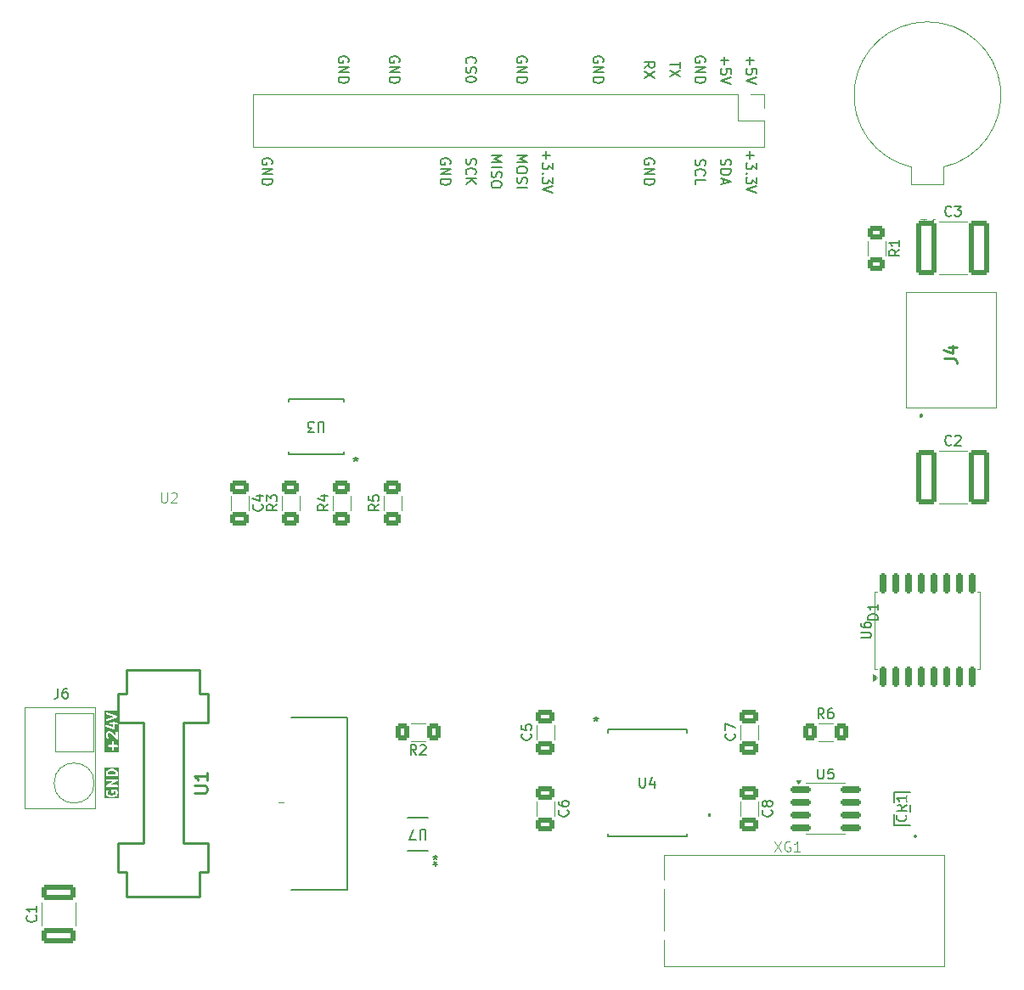
<source format=gbr>
%TF.GenerationSoftware,KiCad,Pcbnew,8.0.6-8.0.6-0~ubuntu24.04.1*%
%TF.CreationDate,2024-11-23T11:29:18+03:00*%
%TF.ProjectId,PM-CPU-RP,504d2d43-5055-42d5-9250-2e6b69636164,rev?*%
%TF.SameCoordinates,Original*%
%TF.FileFunction,Legend,Top*%
%TF.FilePolarity,Positive*%
%FSLAX46Y46*%
G04 Gerber Fmt 4.6, Leading zero omitted, Abs format (unit mm)*
G04 Created by KiCad (PCBNEW 8.0.6-8.0.6-0~ubuntu24.04.1) date 2024-11-23 11:29:18*
%MOMM*%
%LPD*%
G01*
G04 APERTURE LIST*
G04 Aperture macros list*
%AMRoundRect*
0 Rectangle with rounded corners*
0 $1 Rounding radius*
0 $2 $3 $4 $5 $6 $7 $8 $9 X,Y pos of 4 corners*
0 Add a 4 corners polygon primitive as box body*
4,1,4,$2,$3,$4,$5,$6,$7,$8,$9,$2,$3,0*
0 Add four circle primitives for the rounded corners*
1,1,$1+$1,$2,$3*
1,1,$1+$1,$4,$5*
1,1,$1+$1,$6,$7*
1,1,$1+$1,$8,$9*
0 Add four rect primitives between the rounded corners*
20,1,$1+$1,$2,$3,$4,$5,0*
20,1,$1+$1,$4,$5,$6,$7,0*
20,1,$1+$1,$6,$7,$8,$9,0*
20,1,$1+$1,$8,$9,$2,$3,0*%
G04 Aperture macros list end*
%ADD10C,0.200000*%
%ADD11C,0.150000*%
%ADD12C,0.100000*%
%ADD13C,0.254000*%
%ADD14C,0.152400*%
%ADD15C,0.120000*%
%ADD16C,0.000000*%
%ADD17C,0.300000*%
%ADD18C,0.050000*%
%ADD19O,6.350000X6.350000*%
%ADD20R,1.181100X0.558800*%
%ADD21C,1.000000*%
%ADD22C,1.800000*%
%ADD23RoundRect,0.249999X-0.737501X-2.450001X0.737501X-2.450001X0.737501X2.450001X-0.737501X2.450001X0*%
%ADD24C,6.000000*%
%ADD25O,1.700000X1.700000*%
%ADD26R,1.700000X1.700000*%
%ADD27C,3.200000*%
%ADD28RoundRect,0.250000X-0.400000X-0.625000X0.400000X-0.625000X0.400000X0.625000X-0.400000X0.625000X0*%
%ADD29R,1.244600X0.558800*%
%ADD30RoundRect,0.250000X-0.650000X0.412500X-0.650000X-0.412500X0.650000X-0.412500X0.650000X0.412500X0*%
%ADD31RoundRect,0.250000X-0.625000X0.400000X-0.625000X-0.400000X0.625000X-0.400000X0.625000X0.400000X0*%
%ADD32RoundRect,0.250000X0.650000X-0.412500X0.650000X0.412500X-0.650000X0.412500X-0.650000X-0.412500X0*%
%ADD33R,3.500000X3.500000*%
%ADD34C,3.500000*%
%ADD35R,1.854200X0.482600*%
%ADD36RoundRect,0.250000X1.450000X-0.537500X1.450000X0.537500X-1.450000X0.537500X-1.450000X-0.537500X0*%
%ADD37RoundRect,0.150000X-0.825000X-0.150000X0.825000X-0.150000X0.825000X0.150000X-0.825000X0.150000X0*%
%ADD38C,1.950000*%
%ADD39R,1.803400X0.635000*%
%ADD40R,2.997200X2.590800*%
%ADD41RoundRect,0.250000X0.625000X-0.400000X0.625000X0.400000X-0.625000X0.400000X-0.625000X-0.400000X0*%
%ADD42R,1.828800X0.533400*%
%ADD43RoundRect,0.250000X0.400000X0.625000X-0.400000X0.625000X-0.400000X-0.625000X0.400000X-0.625000X0*%
%ADD44RoundRect,0.150000X0.150000X-0.875000X0.150000X0.875000X-0.150000X0.875000X-0.150000X-0.875000X0*%
%ADD45C,2.650000*%
%ADD46C,2.350000*%
%ADD47C,2.200000*%
G04 APERTURE END LIST*
D10*
G36*
X-39976670Y-24831094D02*
G01*
X-41445726Y-24831094D01*
X-41445726Y-24221443D01*
X-41047765Y-24221443D01*
X-41047765Y-24260461D01*
X-41032833Y-24296509D01*
X-41005243Y-24324099D01*
X-40969195Y-24339031D01*
X-40949686Y-24340952D01*
X-40668734Y-24340952D01*
X-40668734Y-24621904D01*
X-40666813Y-24641413D01*
X-40651881Y-24677461D01*
X-40624291Y-24705051D01*
X-40588243Y-24719983D01*
X-40549225Y-24719983D01*
X-40513177Y-24705051D01*
X-40485587Y-24677461D01*
X-40470655Y-24641413D01*
X-40468734Y-24621904D01*
X-40468734Y-24340952D01*
X-40187781Y-24340952D01*
X-40168272Y-24339031D01*
X-40132224Y-24324099D01*
X-40104634Y-24296509D01*
X-40089702Y-24260461D01*
X-40089702Y-24221443D01*
X-40104634Y-24185395D01*
X-40132224Y-24157805D01*
X-40168272Y-24142873D01*
X-40187781Y-24140952D01*
X-40468734Y-24140952D01*
X-40468734Y-23860000D01*
X-40470655Y-23840491D01*
X-40485587Y-23804443D01*
X-40513177Y-23776853D01*
X-40549225Y-23761921D01*
X-40588243Y-23761921D01*
X-40624291Y-23776853D01*
X-40651881Y-23804443D01*
X-40666813Y-23840491D01*
X-40668734Y-23860000D01*
X-40668734Y-24140952D01*
X-40949686Y-24140952D01*
X-40969195Y-24142873D01*
X-41005243Y-24157805D01*
X-41032833Y-24185395D01*
X-41047765Y-24221443D01*
X-41445726Y-24221443D01*
X-41445726Y-23050476D01*
X-41287781Y-23050476D01*
X-41287781Y-23288571D01*
X-41285860Y-23308080D01*
X-41284485Y-23311400D01*
X-41284230Y-23314984D01*
X-41277224Y-23333292D01*
X-41229605Y-23428530D01*
X-41224320Y-23436926D01*
X-41223309Y-23439366D01*
X-41221056Y-23442112D01*
X-41219162Y-23445120D01*
X-41217168Y-23446849D01*
X-41210873Y-23454520D01*
X-41163254Y-23502138D01*
X-41148101Y-23514575D01*
X-41112052Y-23529506D01*
X-41073034Y-23529506D01*
X-41036986Y-23514575D01*
X-41009396Y-23486985D01*
X-40994465Y-23450937D01*
X-40994465Y-23411919D01*
X-41009396Y-23375870D01*
X-41021833Y-23360717D01*
X-41057976Y-23324573D01*
X-41087781Y-23264963D01*
X-41087781Y-23074083D01*
X-41057976Y-23014473D01*
X-41033308Y-22989804D01*
X-40973698Y-22960000D01*
X-40918294Y-22960000D01*
X-40813230Y-22995021D01*
X-40258492Y-23549758D01*
X-40243338Y-23562194D01*
X-40207290Y-23577126D01*
X-40168272Y-23577126D01*
X-40132224Y-23562194D01*
X-40104634Y-23534604D01*
X-40089702Y-23498556D01*
X-40087781Y-23479047D01*
X-40087781Y-22860000D01*
X-40089702Y-22840491D01*
X-40104634Y-22804443D01*
X-40132224Y-22776853D01*
X-40168272Y-22761921D01*
X-40207290Y-22761921D01*
X-40243338Y-22776853D01*
X-40270928Y-22804443D01*
X-40285860Y-22840491D01*
X-40287781Y-22860000D01*
X-40287781Y-23237625D01*
X-40688499Y-22836908D01*
X-40703653Y-22824472D01*
X-40706972Y-22823097D01*
X-40709687Y-22820742D01*
X-40727588Y-22812751D01*
X-40870444Y-22765132D01*
X-40880116Y-22762932D01*
X-40882558Y-22761921D01*
X-40886097Y-22761572D01*
X-40889560Y-22760785D01*
X-40892194Y-22760972D01*
X-40902067Y-22760000D01*
X-40997305Y-22760000D01*
X-41016814Y-22761921D01*
X-41020135Y-22763296D01*
X-41023718Y-22763551D01*
X-41042027Y-22770557D01*
X-41137264Y-22818176D01*
X-41145661Y-22823461D01*
X-41148101Y-22824472D01*
X-41150847Y-22826725D01*
X-41153855Y-22828619D01*
X-41155588Y-22830616D01*
X-41163254Y-22836909D01*
X-41210873Y-22884527D01*
X-41217168Y-22892197D01*
X-41219162Y-22893927D01*
X-41221056Y-22896934D01*
X-41223309Y-22899681D01*
X-41224320Y-22902120D01*
X-41229605Y-22910517D01*
X-41277224Y-23005755D01*
X-41284230Y-23024063D01*
X-41284485Y-23027646D01*
X-41285860Y-23030967D01*
X-41287781Y-23050476D01*
X-41445726Y-23050476D01*
X-41445726Y-22228445D01*
X-41334615Y-22228445D01*
X-41331849Y-22267365D01*
X-41314399Y-22302264D01*
X-41284923Y-22327829D01*
X-41267023Y-22335820D01*
X-40552738Y-22573915D01*
X-40543066Y-22576114D01*
X-40540624Y-22577126D01*
X-40538618Y-22577126D01*
X-40533623Y-22578262D01*
X-40517639Y-22577126D01*
X-40501606Y-22577126D01*
X-40498286Y-22575750D01*
X-40494703Y-22575496D01*
X-40480373Y-22568330D01*
X-40465558Y-22562194D01*
X-40463017Y-22559652D01*
X-40459804Y-22558046D01*
X-40449307Y-22545942D01*
X-40437968Y-22534604D01*
X-40436593Y-22531283D01*
X-40434239Y-22528570D01*
X-40429172Y-22513368D01*
X-40423036Y-22498556D01*
X-40422534Y-22493455D01*
X-40421900Y-22491554D01*
X-40422088Y-22488920D01*
X-40421115Y-22479047D01*
X-40421115Y-22102857D01*
X-40187781Y-22102857D01*
X-40168272Y-22100936D01*
X-40132224Y-22086004D01*
X-40104634Y-22058414D01*
X-40089702Y-22022366D01*
X-40089702Y-21983348D01*
X-40104634Y-21947300D01*
X-40132224Y-21919710D01*
X-40168272Y-21904778D01*
X-40187781Y-21902857D01*
X-40421115Y-21902857D01*
X-40421115Y-21860000D01*
X-40423036Y-21840491D01*
X-40437968Y-21804443D01*
X-40465558Y-21776853D01*
X-40501606Y-21761921D01*
X-40540624Y-21761921D01*
X-40576672Y-21776853D01*
X-40604262Y-21804443D01*
X-40619194Y-21840491D01*
X-40621115Y-21860000D01*
X-40621115Y-21902857D01*
X-40854448Y-21902857D01*
X-40873957Y-21904778D01*
X-40910005Y-21919710D01*
X-40937595Y-21947300D01*
X-40952527Y-21983348D01*
X-40952527Y-22022366D01*
X-40937595Y-22058414D01*
X-40910005Y-22086004D01*
X-40873957Y-22100936D01*
X-40854448Y-22102857D01*
X-40621115Y-22102857D01*
X-40621115Y-22340304D01*
X-41203777Y-22146084D01*
X-41222893Y-22141737D01*
X-41261813Y-22144503D01*
X-41296712Y-22161953D01*
X-41322277Y-22191429D01*
X-41334615Y-22228445D01*
X-41445726Y-22228445D01*
X-41445726Y-20942731D01*
X-41286996Y-20942731D01*
X-41284230Y-20981651D01*
X-41266780Y-21016550D01*
X-41237304Y-21042115D01*
X-41219404Y-21050106D01*
X-40504009Y-21288571D01*
X-41219404Y-21527036D01*
X-41237304Y-21535027D01*
X-41266780Y-21560592D01*
X-41284230Y-21595491D01*
X-41286996Y-21634411D01*
X-41274658Y-21671427D01*
X-41249093Y-21700903D01*
X-41214194Y-21718353D01*
X-41175274Y-21721119D01*
X-41156158Y-21716772D01*
X-40156159Y-21383439D01*
X-40138258Y-21375448D01*
X-40132857Y-21370763D01*
X-40126470Y-21367570D01*
X-40118258Y-21358101D01*
X-40108782Y-21349883D01*
X-40105587Y-21343491D01*
X-40100905Y-21338094D01*
X-40096939Y-21326196D01*
X-40091333Y-21314984D01*
X-40090827Y-21307859D01*
X-40088566Y-21301078D01*
X-40089456Y-21288571D01*
X-40088566Y-21276064D01*
X-40090827Y-21269282D01*
X-40091333Y-21262158D01*
X-40096939Y-21250945D01*
X-40100905Y-21239048D01*
X-40105587Y-21233650D01*
X-40108782Y-21227259D01*
X-40118258Y-21219040D01*
X-40126470Y-21209572D01*
X-40132857Y-21206378D01*
X-40138258Y-21201694D01*
X-40156159Y-21193703D01*
X-41156158Y-20860370D01*
X-41175274Y-20856023D01*
X-41214194Y-20858789D01*
X-41249093Y-20876239D01*
X-41274658Y-20905715D01*
X-41286996Y-20942731D01*
X-41445726Y-20942731D01*
X-41445726Y-20744912D01*
X-39976670Y-20744912D01*
X-39976670Y-24831094D01*
G37*
G36*
X-40460782Y-26748636D02*
G01*
X-40389873Y-26784090D01*
X-40322803Y-26851160D01*
X-40287781Y-26956225D01*
X-40287781Y-27078094D01*
X-41087781Y-27078094D01*
X-41087781Y-26956226D01*
X-41052760Y-26851161D01*
X-40985687Y-26784089D01*
X-40914782Y-26748636D01*
X-40746901Y-26706666D01*
X-40628663Y-26706666D01*
X-40460782Y-26748636D01*
G37*
G36*
X-39976670Y-29484443D02*
G01*
X-41398892Y-29484443D01*
X-41398892Y-28797142D01*
X-41287781Y-28797142D01*
X-41287781Y-28939999D01*
X-41286809Y-28949872D01*
X-41286996Y-28952506D01*
X-41286209Y-28955969D01*
X-41285860Y-28959508D01*
X-41284849Y-28961950D01*
X-41282649Y-28971622D01*
X-41235030Y-29114478D01*
X-41227039Y-29132379D01*
X-41224684Y-29135094D01*
X-41223309Y-29138413D01*
X-41210873Y-29153567D01*
X-41115635Y-29248805D01*
X-41107969Y-29255096D01*
X-41106236Y-29257094D01*
X-41103225Y-29258989D01*
X-41100481Y-29261241D01*
X-41098044Y-29262250D01*
X-41089645Y-29267537D01*
X-40994408Y-29315156D01*
X-40992980Y-29315702D01*
X-40992400Y-29316132D01*
X-40984224Y-29319053D01*
X-40976099Y-29322162D01*
X-40975379Y-29322213D01*
X-40973940Y-29322727D01*
X-40783464Y-29370346D01*
X-40780083Y-29370846D01*
X-40778719Y-29371411D01*
X-40771369Y-29372134D01*
X-40764071Y-29373214D01*
X-40762613Y-29372996D01*
X-40759210Y-29373332D01*
X-40616353Y-29373332D01*
X-40612951Y-29372996D01*
X-40611492Y-29373214D01*
X-40604195Y-29372134D01*
X-40596844Y-29371411D01*
X-40595481Y-29370846D01*
X-40592099Y-29370346D01*
X-40401624Y-29322727D01*
X-40400187Y-29322213D01*
X-40399464Y-29322162D01*
X-40391340Y-29319053D01*
X-40383163Y-29316132D01*
X-40382583Y-29315701D01*
X-40381156Y-29315156D01*
X-40285918Y-29267537D01*
X-40277526Y-29262254D01*
X-40275082Y-29261242D01*
X-40272333Y-29258985D01*
X-40269328Y-29257094D01*
X-40267599Y-29255099D01*
X-40259929Y-29248805D01*
X-40164689Y-29153567D01*
X-40152253Y-29138414D01*
X-40150878Y-29135094D01*
X-40148523Y-29132379D01*
X-40140532Y-29114479D01*
X-40092913Y-28971622D01*
X-40090714Y-28961949D01*
X-40089702Y-28959508D01*
X-40089354Y-28955970D01*
X-40088566Y-28952507D01*
X-40088754Y-28949872D01*
X-40087781Y-28939999D01*
X-40087781Y-28844761D01*
X-40088754Y-28834887D01*
X-40088566Y-28832253D01*
X-40089354Y-28828789D01*
X-40089702Y-28825252D01*
X-40090714Y-28822810D01*
X-40092913Y-28813138D01*
X-40140532Y-28670281D01*
X-40148523Y-28652381D01*
X-40150878Y-28649665D01*
X-40152253Y-28646346D01*
X-40164690Y-28631192D01*
X-40212310Y-28583574D01*
X-40227463Y-28571137D01*
X-40252954Y-28560579D01*
X-40263511Y-28556206D01*
X-40283020Y-28554285D01*
X-40616353Y-28554285D01*
X-40635862Y-28556206D01*
X-40671910Y-28571138D01*
X-40699500Y-28598728D01*
X-40714432Y-28634776D01*
X-40716353Y-28654285D01*
X-40716353Y-28844761D01*
X-40714432Y-28864270D01*
X-40699500Y-28900318D01*
X-40671910Y-28927908D01*
X-40635862Y-28942840D01*
X-40596844Y-28942840D01*
X-40560796Y-28927908D01*
X-40533206Y-28900318D01*
X-40518274Y-28864270D01*
X-40516353Y-28844761D01*
X-40516353Y-28754285D01*
X-40324440Y-28754285D01*
X-40322803Y-28755922D01*
X-40287781Y-28860987D01*
X-40287781Y-28923772D01*
X-40322803Y-29028837D01*
X-40389873Y-29095907D01*
X-40460782Y-29131361D01*
X-40628663Y-29173332D01*
X-40746901Y-29173332D01*
X-40914782Y-29131361D01*
X-40985687Y-29095909D01*
X-41052760Y-29028836D01*
X-41087781Y-28923772D01*
X-41087781Y-28820749D01*
X-41050719Y-28746626D01*
X-41043713Y-28728317D01*
X-41040947Y-28689397D01*
X-41053286Y-28652381D01*
X-41078851Y-28622904D01*
X-41113749Y-28605455D01*
X-41152669Y-28602690D01*
X-41189685Y-28615028D01*
X-41219162Y-28640593D01*
X-41229605Y-28657183D01*
X-41277224Y-28752421D01*
X-41284230Y-28770729D01*
X-41284485Y-28774312D01*
X-41285860Y-28777633D01*
X-41287781Y-28797142D01*
X-41398892Y-28797142D01*
X-41398892Y-28218728D01*
X-41287537Y-28218728D01*
X-41285860Y-28231921D01*
X-41285860Y-28245222D01*
X-41283421Y-28251110D01*
X-41282617Y-28257435D01*
X-41276017Y-28268984D01*
X-41270928Y-28281270D01*
X-41266421Y-28285777D01*
X-41263258Y-28291312D01*
X-41252744Y-28299454D01*
X-41243338Y-28308860D01*
X-41237448Y-28311299D01*
X-41232409Y-28315202D01*
X-41219581Y-28318700D01*
X-41207290Y-28323792D01*
X-41197313Y-28324774D01*
X-41194766Y-28325469D01*
X-41192799Y-28325218D01*
X-41187781Y-28325713D01*
X-40187781Y-28325713D01*
X-40168272Y-28323792D01*
X-40132224Y-28308860D01*
X-40104634Y-28281270D01*
X-40089702Y-28245222D01*
X-40089702Y-28206204D01*
X-40104634Y-28170156D01*
X-40132224Y-28142566D01*
X-40168272Y-28127634D01*
X-40187781Y-28125713D01*
X-40811225Y-28125713D01*
X-40138167Y-27741109D01*
X-40134057Y-27738190D01*
X-40132224Y-27737432D01*
X-40130358Y-27735565D01*
X-40122182Y-27729762D01*
X-40114038Y-27719245D01*
X-40104634Y-27709842D01*
X-40102196Y-27703954D01*
X-40098291Y-27698913D01*
X-40094792Y-27686080D01*
X-40089702Y-27673794D01*
X-40089702Y-27667418D01*
X-40088025Y-27661269D01*
X-40089702Y-27648075D01*
X-40089702Y-27634776D01*
X-40092142Y-27628887D01*
X-40092945Y-27622563D01*
X-40099546Y-27611013D01*
X-40104634Y-27598728D01*
X-40109142Y-27594220D01*
X-40112304Y-27588686D01*
X-40122821Y-27580541D01*
X-40132224Y-27571138D01*
X-40138112Y-27568699D01*
X-40143153Y-27564795D01*
X-40155986Y-27561295D01*
X-40168272Y-27556206D01*
X-40178250Y-27555223D01*
X-40180796Y-27554529D01*
X-40182764Y-27554779D01*
X-40187781Y-27554285D01*
X-41187781Y-27554285D01*
X-41207290Y-27556206D01*
X-41243338Y-27571138D01*
X-41270928Y-27598728D01*
X-41285860Y-27634776D01*
X-41285860Y-27673794D01*
X-41270928Y-27709842D01*
X-41243338Y-27737432D01*
X-41207290Y-27752364D01*
X-41187781Y-27754285D01*
X-40564337Y-27754285D01*
X-41237395Y-28138889D01*
X-41241506Y-28141807D01*
X-41243338Y-28142566D01*
X-41245205Y-28144432D01*
X-41253380Y-28150236D01*
X-41261523Y-28160750D01*
X-41270928Y-28170156D01*
X-41273368Y-28176046D01*
X-41277270Y-28181085D01*
X-41280769Y-28193913D01*
X-41285860Y-28206204D01*
X-41285860Y-28212579D01*
X-41287537Y-28218728D01*
X-41398892Y-28218728D01*
X-41398892Y-26939999D01*
X-41287781Y-26939999D01*
X-41287781Y-27178094D01*
X-41285860Y-27197603D01*
X-41270928Y-27233651D01*
X-41243338Y-27261241D01*
X-41207290Y-27276173D01*
X-41187781Y-27278094D01*
X-40187781Y-27278094D01*
X-40168272Y-27276173D01*
X-40132224Y-27261241D01*
X-40104634Y-27233651D01*
X-40089702Y-27197603D01*
X-40087781Y-27178094D01*
X-40087781Y-26939999D01*
X-40088754Y-26930125D01*
X-40088566Y-26927491D01*
X-40089354Y-26924027D01*
X-40089702Y-26920490D01*
X-40090714Y-26918048D01*
X-40092913Y-26908376D01*
X-40140532Y-26765519D01*
X-40148523Y-26747619D01*
X-40150878Y-26744903D01*
X-40152253Y-26741584D01*
X-40164689Y-26726431D01*
X-40259929Y-26631193D01*
X-40267599Y-26624898D01*
X-40269328Y-26622904D01*
X-40272333Y-26621012D01*
X-40275082Y-26618756D01*
X-40277526Y-26617743D01*
X-40285918Y-26612461D01*
X-40381156Y-26564842D01*
X-40382583Y-26564296D01*
X-40383163Y-26563866D01*
X-40391340Y-26560944D01*
X-40399464Y-26557836D01*
X-40400187Y-26557784D01*
X-40401624Y-26557271D01*
X-40592099Y-26509652D01*
X-40595481Y-26509151D01*
X-40596844Y-26508587D01*
X-40604195Y-26507863D01*
X-40611492Y-26506784D01*
X-40612951Y-26507001D01*
X-40616353Y-26506666D01*
X-40759210Y-26506666D01*
X-40762613Y-26507001D01*
X-40764071Y-26506784D01*
X-40771369Y-26507863D01*
X-40778719Y-26508587D01*
X-40780083Y-26509151D01*
X-40783464Y-26509652D01*
X-40973940Y-26557271D01*
X-40975379Y-26557784D01*
X-40976099Y-26557836D01*
X-40984224Y-26560944D01*
X-40992400Y-26563866D01*
X-40992980Y-26564295D01*
X-40994408Y-26564842D01*
X-41089645Y-26612461D01*
X-41098044Y-26617747D01*
X-41100481Y-26618757D01*
X-41103225Y-26621008D01*
X-41106236Y-26622904D01*
X-41107969Y-26624901D01*
X-41115635Y-26631193D01*
X-41210873Y-26726431D01*
X-41223309Y-26741585D01*
X-41224684Y-26744903D01*
X-41227039Y-26747619D01*
X-41235030Y-26765520D01*
X-41282649Y-26908376D01*
X-41284849Y-26918047D01*
X-41285860Y-26920490D01*
X-41286209Y-26924028D01*
X-41286996Y-26927492D01*
X-41286809Y-26930125D01*
X-41287781Y-26939999D01*
X-41398892Y-26939999D01*
X-41398892Y-26395555D01*
X-39976670Y-26395555D01*
X-39976670Y-29484443D01*
G37*
D11*
X-9398096Y-33565180D02*
X-9398096Y-32755657D01*
X-9398096Y-32755657D02*
X-9445715Y-32660419D01*
X-9445715Y-32660419D02*
X-9493334Y-32612800D01*
X-9493334Y-32612800D02*
X-9588572Y-32565180D01*
X-9588572Y-32565180D02*
X-9779048Y-32565180D01*
X-9779048Y-32565180D02*
X-9874286Y-32612800D01*
X-9874286Y-32612800D02*
X-9921905Y-32660419D01*
X-9921905Y-32660419D02*
X-9969524Y-32755657D01*
X-9969524Y-32755657D02*
X-9969524Y-33565180D01*
X-10350477Y-33565180D02*
X-11017143Y-33565180D01*
X-11017143Y-33565180D02*
X-10588572Y-32565180D01*
X-8439150Y-35126619D02*
X-8439150Y-35364714D01*
X-8677245Y-35269476D02*
X-8439150Y-35364714D01*
X-8439150Y-35364714D02*
X-8201055Y-35269476D01*
X-8582007Y-35555190D02*
X-8439150Y-35364714D01*
X-8439150Y-35364714D02*
X-8296293Y-35555190D01*
X-8439151Y-36216980D02*
X-8439151Y-35978885D01*
X-8201056Y-36074123D02*
X-8439151Y-35978885D01*
X-8439151Y-35978885D02*
X-8677246Y-36074123D01*
X-8296294Y-35788409D02*
X-8439151Y-35978885D01*
X-8439151Y-35978885D02*
X-8582008Y-35788409D01*
D12*
X40973333Y27267420D02*
X40973333Y27981705D01*
X40973333Y27981705D02*
X41020952Y28124562D01*
X41020952Y28124562D02*
X41116190Y28219800D01*
X41116190Y28219800D02*
X41259047Y28267420D01*
X41259047Y28267420D02*
X41354285Y28267420D01*
X39973333Y28267420D02*
X40544761Y28267420D01*
X40259047Y28267420D02*
X40259047Y27267420D01*
X40259047Y27267420D02*
X40354285Y27410277D01*
X40354285Y27410277D02*
X40449523Y27505515D01*
X40449523Y27505515D02*
X40544761Y27553134D01*
D11*
X43013333Y28690420D02*
X42965714Y28642800D01*
X42965714Y28642800D02*
X42822857Y28595181D01*
X42822857Y28595181D02*
X42727619Y28595181D01*
X42727619Y28595181D02*
X42584762Y28642800D01*
X42584762Y28642800D02*
X42489524Y28738039D01*
X42489524Y28738039D02*
X42441905Y28833277D01*
X42441905Y28833277D02*
X42394286Y29023753D01*
X42394286Y29023753D02*
X42394286Y29166610D01*
X42394286Y29166610D02*
X42441905Y29357086D01*
X42441905Y29357086D02*
X42489524Y29452324D01*
X42489524Y29452324D02*
X42584762Y29547562D01*
X42584762Y29547562D02*
X42727619Y29595181D01*
X42727619Y29595181D02*
X42822857Y29595181D01*
X42822857Y29595181D02*
X42965714Y29547562D01*
X42965714Y29547562D02*
X43013333Y29499943D01*
X43346667Y29595181D02*
X43965714Y29595181D01*
X43965714Y29595181D02*
X43632381Y29214229D01*
X43632381Y29214229D02*
X43775238Y29214229D01*
X43775238Y29214229D02*
X43870476Y29166610D01*
X43870476Y29166610D02*
X43918095Y29118991D01*
X43918095Y29118991D02*
X43965714Y29023753D01*
X43965714Y29023753D02*
X43965714Y28785658D01*
X43965714Y28785658D02*
X43918095Y28690420D01*
X43918095Y28690420D02*
X43870476Y28642800D01*
X43870476Y28642800D02*
X43775238Y28595181D01*
X43775238Y28595181D02*
X43489524Y28595181D01*
X43489524Y28595181D02*
X43394286Y28642800D01*
X43394286Y28642800D02*
X43346667Y28690420D01*
X35694819Y-11638094D02*
X34694819Y-11638094D01*
X34694819Y-11638094D02*
X34694819Y-11399999D01*
X34694819Y-11399999D02*
X34742438Y-11257142D01*
X34742438Y-11257142D02*
X34837676Y-11161904D01*
X34837676Y-11161904D02*
X34932914Y-11114285D01*
X34932914Y-11114285D02*
X35123390Y-11066666D01*
X35123390Y-11066666D02*
X35266247Y-11066666D01*
X35266247Y-11066666D02*
X35456723Y-11114285D01*
X35456723Y-11114285D02*
X35551961Y-11161904D01*
X35551961Y-11161904D02*
X35647200Y-11257142D01*
X35647200Y-11257142D02*
X35694819Y-11399999D01*
X35694819Y-11399999D02*
X35694819Y-11638094D01*
X35694819Y-10114285D02*
X35694819Y-10685713D01*
X35694819Y-10399999D02*
X34694819Y-10399999D01*
X34694819Y-10399999D02*
X34837676Y-10495237D01*
X34837676Y-10495237D02*
X34932914Y-10590475D01*
X34932914Y-10590475D02*
X34980533Y-10685713D01*
D10*
X2618733Y35040000D02*
X2618733Y34278095D01*
X2237780Y34659048D02*
X2999685Y34659048D01*
X3237780Y33897143D02*
X3237780Y33278096D01*
X3237780Y33278096D02*
X2856828Y33611429D01*
X2856828Y33611429D02*
X2856828Y33468572D01*
X2856828Y33468572D02*
X2809209Y33373334D01*
X2809209Y33373334D02*
X2761590Y33325715D01*
X2761590Y33325715D02*
X2666352Y33278096D01*
X2666352Y33278096D02*
X2428257Y33278096D01*
X2428257Y33278096D02*
X2333019Y33325715D01*
X2333019Y33325715D02*
X2285400Y33373334D01*
X2285400Y33373334D02*
X2237780Y33468572D01*
X2237780Y33468572D02*
X2237780Y33754286D01*
X2237780Y33754286D02*
X2285400Y33849524D01*
X2285400Y33849524D02*
X2333019Y33897143D01*
X2333019Y32849524D02*
X2285400Y32801905D01*
X2285400Y32801905D02*
X2237780Y32849524D01*
X2237780Y32849524D02*
X2285400Y32897143D01*
X2285400Y32897143D02*
X2333019Y32849524D01*
X2333019Y32849524D02*
X2237780Y32849524D01*
X3237780Y32468572D02*
X3237780Y31849525D01*
X3237780Y31849525D02*
X2856828Y32182858D01*
X2856828Y32182858D02*
X2856828Y32040001D01*
X2856828Y32040001D02*
X2809209Y31944763D01*
X2809209Y31944763D02*
X2761590Y31897144D01*
X2761590Y31897144D02*
X2666352Y31849525D01*
X2666352Y31849525D02*
X2428257Y31849525D01*
X2428257Y31849525D02*
X2333019Y31897144D01*
X2333019Y31897144D02*
X2285400Y31944763D01*
X2285400Y31944763D02*
X2237780Y32040001D01*
X2237780Y32040001D02*
X2237780Y32325715D01*
X2237780Y32325715D02*
X2285400Y32420953D01*
X2285400Y32420953D02*
X2333019Y32468572D01*
X3237780Y31563810D02*
X2237780Y31230477D01*
X2237780Y31230477D02*
X3237780Y30897144D01*
X-2842220Y34611428D02*
X-1842220Y34611428D01*
X-1842220Y34611428D02*
X-2556505Y34278095D01*
X-2556505Y34278095D02*
X-1842220Y33944762D01*
X-1842220Y33944762D02*
X-2842220Y33944762D01*
X-2842220Y33468571D02*
X-1842220Y33468571D01*
X-2794600Y33040000D02*
X-2842220Y32897143D01*
X-2842220Y32897143D02*
X-2842220Y32659048D01*
X-2842220Y32659048D02*
X-2794600Y32563810D01*
X-2794600Y32563810D02*
X-2746981Y32516191D01*
X-2746981Y32516191D02*
X-2651743Y32468572D01*
X-2651743Y32468572D02*
X-2556505Y32468572D01*
X-2556505Y32468572D02*
X-2461267Y32516191D01*
X-2461267Y32516191D02*
X-2413648Y32563810D01*
X-2413648Y32563810D02*
X-2366029Y32659048D01*
X-2366029Y32659048D02*
X-2318410Y32849524D01*
X-2318410Y32849524D02*
X-2270791Y32944762D01*
X-2270791Y32944762D02*
X-2223172Y32992381D01*
X-2223172Y32992381D02*
X-2127934Y33040000D01*
X-2127934Y33040000D02*
X-2032696Y33040000D01*
X-2032696Y33040000D02*
X-1937458Y32992381D01*
X-1937458Y32992381D02*
X-1889839Y32944762D01*
X-1889839Y32944762D02*
X-1842220Y32849524D01*
X-1842220Y32849524D02*
X-1842220Y32611429D01*
X-1842220Y32611429D02*
X-1889839Y32468572D01*
X-1842220Y31849524D02*
X-1842220Y31659048D01*
X-1842220Y31659048D02*
X-1889839Y31563810D01*
X-1889839Y31563810D02*
X-1985077Y31468572D01*
X-1985077Y31468572D02*
X-2175553Y31420953D01*
X-2175553Y31420953D02*
X-2508886Y31420953D01*
X-2508886Y31420953D02*
X-2699362Y31468572D01*
X-2699362Y31468572D02*
X-2794600Y31563810D01*
X-2794600Y31563810D02*
X-2842220Y31659048D01*
X-2842220Y31659048D02*
X-2842220Y31849524D01*
X-2842220Y31849524D02*
X-2794600Y31944762D01*
X-2794600Y31944762D02*
X-2699362Y32040000D01*
X-2699362Y32040000D02*
X-2508886Y32087619D01*
X-2508886Y32087619D02*
X-2175553Y32087619D01*
X-2175553Y32087619D02*
X-1985077Y32040000D01*
X-1985077Y32040000D02*
X-1889839Y31944762D01*
X-1889839Y31944762D02*
X-1842220Y31849524D01*
X13350161Y33801905D02*
X13397780Y33897143D01*
X13397780Y33897143D02*
X13397780Y34040000D01*
X13397780Y34040000D02*
X13350161Y34182857D01*
X13350161Y34182857D02*
X13254923Y34278095D01*
X13254923Y34278095D02*
X13159685Y34325714D01*
X13159685Y34325714D02*
X12969209Y34373333D01*
X12969209Y34373333D02*
X12826352Y34373333D01*
X12826352Y34373333D02*
X12635876Y34325714D01*
X12635876Y34325714D02*
X12540638Y34278095D01*
X12540638Y34278095D02*
X12445400Y34182857D01*
X12445400Y34182857D02*
X12397780Y34040000D01*
X12397780Y34040000D02*
X12397780Y33944762D01*
X12397780Y33944762D02*
X12445400Y33801905D01*
X12445400Y33801905D02*
X12493019Y33754286D01*
X12493019Y33754286D02*
X12826352Y33754286D01*
X12826352Y33754286D02*
X12826352Y33944762D01*
X12397780Y33325714D02*
X13397780Y33325714D01*
X13397780Y33325714D02*
X12397780Y32754286D01*
X12397780Y32754286D02*
X13397780Y32754286D01*
X12397780Y32278095D02*
X13397780Y32278095D01*
X13397780Y32278095D02*
X13397780Y32040000D01*
X13397780Y32040000D02*
X13350161Y31897143D01*
X13350161Y31897143D02*
X13254923Y31801905D01*
X13254923Y31801905D02*
X13159685Y31754286D01*
X13159685Y31754286D02*
X12969209Y31706667D01*
X12969209Y31706667D02*
X12826352Y31706667D01*
X12826352Y31706667D02*
X12635876Y31754286D01*
X12635876Y31754286D02*
X12540638Y31801905D01*
X12540638Y31801905D02*
X12445400Y31897143D01*
X12445400Y31897143D02*
X12397780Y32040000D01*
X12397780Y32040000D02*
X12397780Y32278095D01*
X8270161Y43961905D02*
X8317780Y44057143D01*
X8317780Y44057143D02*
X8317780Y44200000D01*
X8317780Y44200000D02*
X8270161Y44342857D01*
X8270161Y44342857D02*
X8174923Y44438095D01*
X8174923Y44438095D02*
X8079685Y44485714D01*
X8079685Y44485714D02*
X7889209Y44533333D01*
X7889209Y44533333D02*
X7746352Y44533333D01*
X7746352Y44533333D02*
X7555876Y44485714D01*
X7555876Y44485714D02*
X7460638Y44438095D01*
X7460638Y44438095D02*
X7365400Y44342857D01*
X7365400Y44342857D02*
X7317780Y44200000D01*
X7317780Y44200000D02*
X7317780Y44104762D01*
X7317780Y44104762D02*
X7365400Y43961905D01*
X7365400Y43961905D02*
X7413019Y43914286D01*
X7413019Y43914286D02*
X7746352Y43914286D01*
X7746352Y43914286D02*
X7746352Y44104762D01*
X7317780Y43485714D02*
X8317780Y43485714D01*
X8317780Y43485714D02*
X7317780Y42914286D01*
X7317780Y42914286D02*
X8317780Y42914286D01*
X7317780Y42438095D02*
X8317780Y42438095D01*
X8317780Y42438095D02*
X8317780Y42200000D01*
X8317780Y42200000D02*
X8270161Y42057143D01*
X8270161Y42057143D02*
X8174923Y41961905D01*
X8174923Y41961905D02*
X8079685Y41914286D01*
X8079685Y41914286D02*
X7889209Y41866667D01*
X7889209Y41866667D02*
X7746352Y41866667D01*
X7746352Y41866667D02*
X7555876Y41914286D01*
X7555876Y41914286D02*
X7460638Y41961905D01*
X7460638Y41961905D02*
X7365400Y42057143D01*
X7365400Y42057143D02*
X7317780Y42200000D01*
X7317780Y42200000D02*
X7317780Y42438095D01*
X-5334600Y34325714D02*
X-5382220Y34182857D01*
X-5382220Y34182857D02*
X-5382220Y33944762D01*
X-5382220Y33944762D02*
X-5334600Y33849524D01*
X-5334600Y33849524D02*
X-5286981Y33801905D01*
X-5286981Y33801905D02*
X-5191743Y33754286D01*
X-5191743Y33754286D02*
X-5096505Y33754286D01*
X-5096505Y33754286D02*
X-5001267Y33801905D01*
X-5001267Y33801905D02*
X-4953648Y33849524D01*
X-4953648Y33849524D02*
X-4906029Y33944762D01*
X-4906029Y33944762D02*
X-4858410Y34135238D01*
X-4858410Y34135238D02*
X-4810791Y34230476D01*
X-4810791Y34230476D02*
X-4763172Y34278095D01*
X-4763172Y34278095D02*
X-4667934Y34325714D01*
X-4667934Y34325714D02*
X-4572696Y34325714D01*
X-4572696Y34325714D02*
X-4477458Y34278095D01*
X-4477458Y34278095D02*
X-4429839Y34230476D01*
X-4429839Y34230476D02*
X-4382220Y34135238D01*
X-4382220Y34135238D02*
X-4382220Y33897143D01*
X-4382220Y33897143D02*
X-4429839Y33754286D01*
X-5286981Y32754286D02*
X-5334600Y32801905D01*
X-5334600Y32801905D02*
X-5382220Y32944762D01*
X-5382220Y32944762D02*
X-5382220Y33040000D01*
X-5382220Y33040000D02*
X-5334600Y33182857D01*
X-5334600Y33182857D02*
X-5239362Y33278095D01*
X-5239362Y33278095D02*
X-5144124Y33325714D01*
X-5144124Y33325714D02*
X-4953648Y33373333D01*
X-4953648Y33373333D02*
X-4810791Y33373333D01*
X-4810791Y33373333D02*
X-4620315Y33325714D01*
X-4620315Y33325714D02*
X-4525077Y33278095D01*
X-4525077Y33278095D02*
X-4429839Y33182857D01*
X-4429839Y33182857D02*
X-4382220Y33040000D01*
X-4382220Y33040000D02*
X-4382220Y32944762D01*
X-4382220Y32944762D02*
X-4429839Y32801905D01*
X-4429839Y32801905D02*
X-4477458Y32754286D01*
X-5382220Y32325714D02*
X-4382220Y32325714D01*
X-5382220Y31754286D02*
X-4810791Y32182857D01*
X-4382220Y31754286D02*
X-4953648Y32325714D01*
X15937780Y43961905D02*
X15937780Y43390477D01*
X14937780Y43676191D02*
X15937780Y43676191D01*
X15937780Y43152381D02*
X14937780Y42485715D01*
X15937780Y42485715D02*
X14937780Y43152381D01*
X17525400Y34230476D02*
X17477780Y34087619D01*
X17477780Y34087619D02*
X17477780Y33849524D01*
X17477780Y33849524D02*
X17525400Y33754286D01*
X17525400Y33754286D02*
X17573019Y33706667D01*
X17573019Y33706667D02*
X17668257Y33659048D01*
X17668257Y33659048D02*
X17763495Y33659048D01*
X17763495Y33659048D02*
X17858733Y33706667D01*
X17858733Y33706667D02*
X17906352Y33754286D01*
X17906352Y33754286D02*
X17953971Y33849524D01*
X17953971Y33849524D02*
X18001590Y34040000D01*
X18001590Y34040000D02*
X18049209Y34135238D01*
X18049209Y34135238D02*
X18096828Y34182857D01*
X18096828Y34182857D02*
X18192066Y34230476D01*
X18192066Y34230476D02*
X18287304Y34230476D01*
X18287304Y34230476D02*
X18382542Y34182857D01*
X18382542Y34182857D02*
X18430161Y34135238D01*
X18430161Y34135238D02*
X18477780Y34040000D01*
X18477780Y34040000D02*
X18477780Y33801905D01*
X18477780Y33801905D02*
X18430161Y33659048D01*
X17573019Y32659048D02*
X17525400Y32706667D01*
X17525400Y32706667D02*
X17477780Y32849524D01*
X17477780Y32849524D02*
X17477780Y32944762D01*
X17477780Y32944762D02*
X17525400Y33087619D01*
X17525400Y33087619D02*
X17620638Y33182857D01*
X17620638Y33182857D02*
X17715876Y33230476D01*
X17715876Y33230476D02*
X17906352Y33278095D01*
X17906352Y33278095D02*
X18049209Y33278095D01*
X18049209Y33278095D02*
X18239685Y33230476D01*
X18239685Y33230476D02*
X18334923Y33182857D01*
X18334923Y33182857D02*
X18430161Y33087619D01*
X18430161Y33087619D02*
X18477780Y32944762D01*
X18477780Y32944762D02*
X18477780Y32849524D01*
X18477780Y32849524D02*
X18430161Y32706667D01*
X18430161Y32706667D02*
X18382542Y32659048D01*
X17477780Y31754286D02*
X17477780Y32230476D01*
X17477780Y32230476D02*
X18477780Y32230476D01*
X-302220Y34611428D02*
X697780Y34611428D01*
X697780Y34611428D02*
X-16505Y34278095D01*
X-16505Y34278095D02*
X697780Y33944762D01*
X697780Y33944762D02*
X-302220Y33944762D01*
X697780Y33278095D02*
X697780Y33087619D01*
X697780Y33087619D02*
X650161Y32992381D01*
X650161Y32992381D02*
X554923Y32897143D01*
X554923Y32897143D02*
X364447Y32849524D01*
X364447Y32849524D02*
X31114Y32849524D01*
X31114Y32849524D02*
X-159362Y32897143D01*
X-159362Y32897143D02*
X-254600Y32992381D01*
X-254600Y32992381D02*
X-302220Y33087619D01*
X-302220Y33087619D02*
X-302220Y33278095D01*
X-302220Y33278095D02*
X-254600Y33373333D01*
X-254600Y33373333D02*
X-159362Y33468571D01*
X-159362Y33468571D02*
X31114Y33516190D01*
X31114Y33516190D02*
X364447Y33516190D01*
X364447Y33516190D02*
X554923Y33468571D01*
X554923Y33468571D02*
X650161Y33373333D01*
X650161Y33373333D02*
X697780Y33278095D01*
X-254600Y32468571D02*
X-302220Y32325714D01*
X-302220Y32325714D02*
X-302220Y32087619D01*
X-302220Y32087619D02*
X-254600Y31992381D01*
X-254600Y31992381D02*
X-206981Y31944762D01*
X-206981Y31944762D02*
X-111743Y31897143D01*
X-111743Y31897143D02*
X-16505Y31897143D01*
X-16505Y31897143D02*
X78733Y31944762D01*
X78733Y31944762D02*
X126352Y31992381D01*
X126352Y31992381D02*
X173971Y32087619D01*
X173971Y32087619D02*
X221590Y32278095D01*
X221590Y32278095D02*
X269209Y32373333D01*
X269209Y32373333D02*
X316828Y32420952D01*
X316828Y32420952D02*
X412066Y32468571D01*
X412066Y32468571D02*
X507304Y32468571D01*
X507304Y32468571D02*
X602542Y32420952D01*
X602542Y32420952D02*
X650161Y32373333D01*
X650161Y32373333D02*
X697780Y32278095D01*
X697780Y32278095D02*
X697780Y32040000D01*
X697780Y32040000D02*
X650161Y31897143D01*
X-302220Y31468571D02*
X697780Y31468571D01*
X12397780Y43366667D02*
X12873971Y43700000D01*
X12397780Y43938095D02*
X13397780Y43938095D01*
X13397780Y43938095D02*
X13397780Y43557143D01*
X13397780Y43557143D02*
X13350161Y43461905D01*
X13350161Y43461905D02*
X13302542Y43414286D01*
X13302542Y43414286D02*
X13207304Y43366667D01*
X13207304Y43366667D02*
X13064447Y43366667D01*
X13064447Y43366667D02*
X12969209Y43414286D01*
X12969209Y43414286D02*
X12921590Y43461905D01*
X12921590Y43461905D02*
X12873971Y43557143D01*
X12873971Y43557143D02*
X12873971Y43938095D01*
X13397780Y43033333D02*
X12397780Y42366667D01*
X13397780Y42366667D02*
X12397780Y43033333D01*
X22938733Y44485714D02*
X22938733Y43723809D01*
X22557780Y44104762D02*
X23319685Y44104762D01*
X23557780Y42771429D02*
X23557780Y43247619D01*
X23557780Y43247619D02*
X23081590Y43295238D01*
X23081590Y43295238D02*
X23129209Y43247619D01*
X23129209Y43247619D02*
X23176828Y43152381D01*
X23176828Y43152381D02*
X23176828Y42914286D01*
X23176828Y42914286D02*
X23129209Y42819048D01*
X23129209Y42819048D02*
X23081590Y42771429D01*
X23081590Y42771429D02*
X22986352Y42723810D01*
X22986352Y42723810D02*
X22748257Y42723810D01*
X22748257Y42723810D02*
X22653019Y42771429D01*
X22653019Y42771429D02*
X22605400Y42819048D01*
X22605400Y42819048D02*
X22557780Y42914286D01*
X22557780Y42914286D02*
X22557780Y43152381D01*
X22557780Y43152381D02*
X22605400Y43247619D01*
X22605400Y43247619D02*
X22653019Y43295238D01*
X23557780Y42438095D02*
X22557780Y42104762D01*
X22557780Y42104762D02*
X23557780Y41771429D01*
X20065400Y34254286D02*
X20017780Y34111429D01*
X20017780Y34111429D02*
X20017780Y33873334D01*
X20017780Y33873334D02*
X20065400Y33778096D01*
X20065400Y33778096D02*
X20113019Y33730477D01*
X20113019Y33730477D02*
X20208257Y33682858D01*
X20208257Y33682858D02*
X20303495Y33682858D01*
X20303495Y33682858D02*
X20398733Y33730477D01*
X20398733Y33730477D02*
X20446352Y33778096D01*
X20446352Y33778096D02*
X20493971Y33873334D01*
X20493971Y33873334D02*
X20541590Y34063810D01*
X20541590Y34063810D02*
X20589209Y34159048D01*
X20589209Y34159048D02*
X20636828Y34206667D01*
X20636828Y34206667D02*
X20732066Y34254286D01*
X20732066Y34254286D02*
X20827304Y34254286D01*
X20827304Y34254286D02*
X20922542Y34206667D01*
X20922542Y34206667D02*
X20970161Y34159048D01*
X20970161Y34159048D02*
X21017780Y34063810D01*
X21017780Y34063810D02*
X21017780Y33825715D01*
X21017780Y33825715D02*
X20970161Y33682858D01*
X20017780Y33254286D02*
X21017780Y33254286D01*
X21017780Y33254286D02*
X21017780Y33016191D01*
X21017780Y33016191D02*
X20970161Y32873334D01*
X20970161Y32873334D02*
X20874923Y32778096D01*
X20874923Y32778096D02*
X20779685Y32730477D01*
X20779685Y32730477D02*
X20589209Y32682858D01*
X20589209Y32682858D02*
X20446352Y32682858D01*
X20446352Y32682858D02*
X20255876Y32730477D01*
X20255876Y32730477D02*
X20160638Y32778096D01*
X20160638Y32778096D02*
X20065400Y32873334D01*
X20065400Y32873334D02*
X20017780Y33016191D01*
X20017780Y33016191D02*
X20017780Y33254286D01*
X20303495Y32301905D02*
X20303495Y31825715D01*
X20017780Y32397143D02*
X21017780Y32063810D01*
X21017780Y32063810D02*
X20017780Y31730477D01*
X20398733Y44485714D02*
X20398733Y43723809D01*
X20017780Y44104762D02*
X20779685Y44104762D01*
X21017780Y42771429D02*
X21017780Y43247619D01*
X21017780Y43247619D02*
X20541590Y43295238D01*
X20541590Y43295238D02*
X20589209Y43247619D01*
X20589209Y43247619D02*
X20636828Y43152381D01*
X20636828Y43152381D02*
X20636828Y42914286D01*
X20636828Y42914286D02*
X20589209Y42819048D01*
X20589209Y42819048D02*
X20541590Y42771429D01*
X20541590Y42771429D02*
X20446352Y42723810D01*
X20446352Y42723810D02*
X20208257Y42723810D01*
X20208257Y42723810D02*
X20113019Y42771429D01*
X20113019Y42771429D02*
X20065400Y42819048D01*
X20065400Y42819048D02*
X20017780Y42914286D01*
X20017780Y42914286D02*
X20017780Y43152381D01*
X20017780Y43152381D02*
X20065400Y43247619D01*
X20065400Y43247619D02*
X20113019Y43295238D01*
X21017780Y42438095D02*
X20017780Y42104762D01*
X20017780Y42104762D02*
X21017780Y41771429D01*
X-24749839Y33801905D02*
X-24702220Y33897143D01*
X-24702220Y33897143D02*
X-24702220Y34040000D01*
X-24702220Y34040000D02*
X-24749839Y34182857D01*
X-24749839Y34182857D02*
X-24845077Y34278095D01*
X-24845077Y34278095D02*
X-24940315Y34325714D01*
X-24940315Y34325714D02*
X-25130791Y34373333D01*
X-25130791Y34373333D02*
X-25273648Y34373333D01*
X-25273648Y34373333D02*
X-25464124Y34325714D01*
X-25464124Y34325714D02*
X-25559362Y34278095D01*
X-25559362Y34278095D02*
X-25654600Y34182857D01*
X-25654600Y34182857D02*
X-25702220Y34040000D01*
X-25702220Y34040000D02*
X-25702220Y33944762D01*
X-25702220Y33944762D02*
X-25654600Y33801905D01*
X-25654600Y33801905D02*
X-25606981Y33754286D01*
X-25606981Y33754286D02*
X-25273648Y33754286D01*
X-25273648Y33754286D02*
X-25273648Y33944762D01*
X-25702220Y33325714D02*
X-24702220Y33325714D01*
X-24702220Y33325714D02*
X-25702220Y32754286D01*
X-25702220Y32754286D02*
X-24702220Y32754286D01*
X-25702220Y32278095D02*
X-24702220Y32278095D01*
X-24702220Y32278095D02*
X-24702220Y32040000D01*
X-24702220Y32040000D02*
X-24749839Y31897143D01*
X-24749839Y31897143D02*
X-24845077Y31801905D01*
X-24845077Y31801905D02*
X-24940315Y31754286D01*
X-24940315Y31754286D02*
X-25130791Y31706667D01*
X-25130791Y31706667D02*
X-25273648Y31706667D01*
X-25273648Y31706667D02*
X-25464124Y31754286D01*
X-25464124Y31754286D02*
X-25559362Y31801905D01*
X-25559362Y31801905D02*
X-25654600Y31897143D01*
X-25654600Y31897143D02*
X-25702220Y32040000D01*
X-25702220Y32040000D02*
X-25702220Y32278095D01*
X18430161Y43961905D02*
X18477780Y44057143D01*
X18477780Y44057143D02*
X18477780Y44200000D01*
X18477780Y44200000D02*
X18430161Y44342857D01*
X18430161Y44342857D02*
X18334923Y44438095D01*
X18334923Y44438095D02*
X18239685Y44485714D01*
X18239685Y44485714D02*
X18049209Y44533333D01*
X18049209Y44533333D02*
X17906352Y44533333D01*
X17906352Y44533333D02*
X17715876Y44485714D01*
X17715876Y44485714D02*
X17620638Y44438095D01*
X17620638Y44438095D02*
X17525400Y44342857D01*
X17525400Y44342857D02*
X17477780Y44200000D01*
X17477780Y44200000D02*
X17477780Y44104762D01*
X17477780Y44104762D02*
X17525400Y43961905D01*
X17525400Y43961905D02*
X17573019Y43914286D01*
X17573019Y43914286D02*
X17906352Y43914286D01*
X17906352Y43914286D02*
X17906352Y44104762D01*
X17477780Y43485714D02*
X18477780Y43485714D01*
X18477780Y43485714D02*
X17477780Y42914286D01*
X17477780Y42914286D02*
X18477780Y42914286D01*
X17477780Y42438095D02*
X18477780Y42438095D01*
X18477780Y42438095D02*
X18477780Y42200000D01*
X18477780Y42200000D02*
X18430161Y42057143D01*
X18430161Y42057143D02*
X18334923Y41961905D01*
X18334923Y41961905D02*
X18239685Y41914286D01*
X18239685Y41914286D02*
X18049209Y41866667D01*
X18049209Y41866667D02*
X17906352Y41866667D01*
X17906352Y41866667D02*
X17715876Y41914286D01*
X17715876Y41914286D02*
X17620638Y41961905D01*
X17620638Y41961905D02*
X17525400Y42057143D01*
X17525400Y42057143D02*
X17477780Y42200000D01*
X17477780Y42200000D02*
X17477780Y42438095D01*
X22938733Y35040000D02*
X22938733Y34278095D01*
X22557780Y34659048D02*
X23319685Y34659048D01*
X23557780Y33897143D02*
X23557780Y33278096D01*
X23557780Y33278096D02*
X23176828Y33611429D01*
X23176828Y33611429D02*
X23176828Y33468572D01*
X23176828Y33468572D02*
X23129209Y33373334D01*
X23129209Y33373334D02*
X23081590Y33325715D01*
X23081590Y33325715D02*
X22986352Y33278096D01*
X22986352Y33278096D02*
X22748257Y33278096D01*
X22748257Y33278096D02*
X22653019Y33325715D01*
X22653019Y33325715D02*
X22605400Y33373334D01*
X22605400Y33373334D02*
X22557780Y33468572D01*
X22557780Y33468572D02*
X22557780Y33754286D01*
X22557780Y33754286D02*
X22605400Y33849524D01*
X22605400Y33849524D02*
X22653019Y33897143D01*
X22653019Y32849524D02*
X22605400Y32801905D01*
X22605400Y32801905D02*
X22557780Y32849524D01*
X22557780Y32849524D02*
X22605400Y32897143D01*
X22605400Y32897143D02*
X22653019Y32849524D01*
X22653019Y32849524D02*
X22557780Y32849524D01*
X23557780Y32468572D02*
X23557780Y31849525D01*
X23557780Y31849525D02*
X23176828Y32182858D01*
X23176828Y32182858D02*
X23176828Y32040001D01*
X23176828Y32040001D02*
X23129209Y31944763D01*
X23129209Y31944763D02*
X23081590Y31897144D01*
X23081590Y31897144D02*
X22986352Y31849525D01*
X22986352Y31849525D02*
X22748257Y31849525D01*
X22748257Y31849525D02*
X22653019Y31897144D01*
X22653019Y31897144D02*
X22605400Y31944763D01*
X22605400Y31944763D02*
X22557780Y32040001D01*
X22557780Y32040001D02*
X22557780Y32325715D01*
X22557780Y32325715D02*
X22605400Y32420953D01*
X22605400Y32420953D02*
X22653019Y32468572D01*
X23557780Y31563810D02*
X22557780Y31230477D01*
X22557780Y31230477D02*
X23557780Y30897144D01*
X-17129839Y43961905D02*
X-17082220Y44057143D01*
X-17082220Y44057143D02*
X-17082220Y44200000D01*
X-17082220Y44200000D02*
X-17129839Y44342857D01*
X-17129839Y44342857D02*
X-17225077Y44438095D01*
X-17225077Y44438095D02*
X-17320315Y44485714D01*
X-17320315Y44485714D02*
X-17510791Y44533333D01*
X-17510791Y44533333D02*
X-17653648Y44533333D01*
X-17653648Y44533333D02*
X-17844124Y44485714D01*
X-17844124Y44485714D02*
X-17939362Y44438095D01*
X-17939362Y44438095D02*
X-18034600Y44342857D01*
X-18034600Y44342857D02*
X-18082220Y44200000D01*
X-18082220Y44200000D02*
X-18082220Y44104762D01*
X-18082220Y44104762D02*
X-18034600Y43961905D01*
X-18034600Y43961905D02*
X-17986981Y43914286D01*
X-17986981Y43914286D02*
X-17653648Y43914286D01*
X-17653648Y43914286D02*
X-17653648Y44104762D01*
X-18082220Y43485714D02*
X-17082220Y43485714D01*
X-17082220Y43485714D02*
X-18082220Y42914286D01*
X-18082220Y42914286D02*
X-17082220Y42914286D01*
X-18082220Y42438095D02*
X-17082220Y42438095D01*
X-17082220Y42438095D02*
X-17082220Y42200000D01*
X-17082220Y42200000D02*
X-17129839Y42057143D01*
X-17129839Y42057143D02*
X-17225077Y41961905D01*
X-17225077Y41961905D02*
X-17320315Y41914286D01*
X-17320315Y41914286D02*
X-17510791Y41866667D01*
X-17510791Y41866667D02*
X-17653648Y41866667D01*
X-17653648Y41866667D02*
X-17844124Y41914286D01*
X-17844124Y41914286D02*
X-17939362Y41961905D01*
X-17939362Y41961905D02*
X-18034600Y42057143D01*
X-18034600Y42057143D02*
X-18082220Y42200000D01*
X-18082220Y42200000D02*
X-18082220Y42438095D01*
X-5286981Y43842858D02*
X-5334600Y43890477D01*
X-5334600Y43890477D02*
X-5382220Y44033334D01*
X-5382220Y44033334D02*
X-5382220Y44128572D01*
X-5382220Y44128572D02*
X-5334600Y44271429D01*
X-5334600Y44271429D02*
X-5239362Y44366667D01*
X-5239362Y44366667D02*
X-5144124Y44414286D01*
X-5144124Y44414286D02*
X-4953648Y44461905D01*
X-4953648Y44461905D02*
X-4810791Y44461905D01*
X-4810791Y44461905D02*
X-4620315Y44414286D01*
X-4620315Y44414286D02*
X-4525077Y44366667D01*
X-4525077Y44366667D02*
X-4429839Y44271429D01*
X-4429839Y44271429D02*
X-4382220Y44128572D01*
X-4382220Y44128572D02*
X-4382220Y44033334D01*
X-4382220Y44033334D02*
X-4429839Y43890477D01*
X-4429839Y43890477D02*
X-4477458Y43842858D01*
X-5334600Y43461905D02*
X-5382220Y43319048D01*
X-5382220Y43319048D02*
X-5382220Y43080953D01*
X-5382220Y43080953D02*
X-5334600Y42985715D01*
X-5334600Y42985715D02*
X-5286981Y42938096D01*
X-5286981Y42938096D02*
X-5191743Y42890477D01*
X-5191743Y42890477D02*
X-5096505Y42890477D01*
X-5096505Y42890477D02*
X-5001267Y42938096D01*
X-5001267Y42938096D02*
X-4953648Y42985715D01*
X-4953648Y42985715D02*
X-4906029Y43080953D01*
X-4906029Y43080953D02*
X-4858410Y43271429D01*
X-4858410Y43271429D02*
X-4810791Y43366667D01*
X-4810791Y43366667D02*
X-4763172Y43414286D01*
X-4763172Y43414286D02*
X-4667934Y43461905D01*
X-4667934Y43461905D02*
X-4572696Y43461905D01*
X-4572696Y43461905D02*
X-4477458Y43414286D01*
X-4477458Y43414286D02*
X-4429839Y43366667D01*
X-4429839Y43366667D02*
X-4382220Y43271429D01*
X-4382220Y43271429D02*
X-4382220Y43033334D01*
X-4382220Y43033334D02*
X-4429839Y42890477D01*
X-4382220Y42271429D02*
X-4382220Y42176191D01*
X-4382220Y42176191D02*
X-4429839Y42080953D01*
X-4429839Y42080953D02*
X-4477458Y42033334D01*
X-4477458Y42033334D02*
X-4572696Y41985715D01*
X-4572696Y41985715D02*
X-4763172Y41938096D01*
X-4763172Y41938096D02*
X-5001267Y41938096D01*
X-5001267Y41938096D02*
X-5191743Y41985715D01*
X-5191743Y41985715D02*
X-5286981Y42033334D01*
X-5286981Y42033334D02*
X-5334600Y42080953D01*
X-5334600Y42080953D02*
X-5382220Y42176191D01*
X-5382220Y42176191D02*
X-5382220Y42271429D01*
X-5382220Y42271429D02*
X-5334600Y42366667D01*
X-5334600Y42366667D02*
X-5286981Y42414286D01*
X-5286981Y42414286D02*
X-5191743Y42461905D01*
X-5191743Y42461905D02*
X-5001267Y42509524D01*
X-5001267Y42509524D02*
X-4763172Y42509524D01*
X-4763172Y42509524D02*
X-4572696Y42461905D01*
X-4572696Y42461905D02*
X-4477458Y42414286D01*
X-4477458Y42414286D02*
X-4429839Y42366667D01*
X-4429839Y42366667D02*
X-4382220Y42271429D01*
X-6969839Y33801905D02*
X-6922220Y33897143D01*
X-6922220Y33897143D02*
X-6922220Y34040000D01*
X-6922220Y34040000D02*
X-6969839Y34182857D01*
X-6969839Y34182857D02*
X-7065077Y34278095D01*
X-7065077Y34278095D02*
X-7160315Y34325714D01*
X-7160315Y34325714D02*
X-7350791Y34373333D01*
X-7350791Y34373333D02*
X-7493648Y34373333D01*
X-7493648Y34373333D02*
X-7684124Y34325714D01*
X-7684124Y34325714D02*
X-7779362Y34278095D01*
X-7779362Y34278095D02*
X-7874600Y34182857D01*
X-7874600Y34182857D02*
X-7922220Y34040000D01*
X-7922220Y34040000D02*
X-7922220Y33944762D01*
X-7922220Y33944762D02*
X-7874600Y33801905D01*
X-7874600Y33801905D02*
X-7826981Y33754286D01*
X-7826981Y33754286D02*
X-7493648Y33754286D01*
X-7493648Y33754286D02*
X-7493648Y33944762D01*
X-7922220Y33325714D02*
X-6922220Y33325714D01*
X-6922220Y33325714D02*
X-7922220Y32754286D01*
X-7922220Y32754286D02*
X-6922220Y32754286D01*
X-7922220Y32278095D02*
X-6922220Y32278095D01*
X-6922220Y32278095D02*
X-6922220Y32040000D01*
X-6922220Y32040000D02*
X-6969839Y31897143D01*
X-6969839Y31897143D02*
X-7065077Y31801905D01*
X-7065077Y31801905D02*
X-7160315Y31754286D01*
X-7160315Y31754286D02*
X-7350791Y31706667D01*
X-7350791Y31706667D02*
X-7493648Y31706667D01*
X-7493648Y31706667D02*
X-7684124Y31754286D01*
X-7684124Y31754286D02*
X-7779362Y31801905D01*
X-7779362Y31801905D02*
X-7874600Y31897143D01*
X-7874600Y31897143D02*
X-7922220Y32040000D01*
X-7922220Y32040000D02*
X-7922220Y32278095D01*
X-12049839Y43961905D02*
X-12002220Y44057143D01*
X-12002220Y44057143D02*
X-12002220Y44200000D01*
X-12002220Y44200000D02*
X-12049839Y44342857D01*
X-12049839Y44342857D02*
X-12145077Y44438095D01*
X-12145077Y44438095D02*
X-12240315Y44485714D01*
X-12240315Y44485714D02*
X-12430791Y44533333D01*
X-12430791Y44533333D02*
X-12573648Y44533333D01*
X-12573648Y44533333D02*
X-12764124Y44485714D01*
X-12764124Y44485714D02*
X-12859362Y44438095D01*
X-12859362Y44438095D02*
X-12954600Y44342857D01*
X-12954600Y44342857D02*
X-13002220Y44200000D01*
X-13002220Y44200000D02*
X-13002220Y44104762D01*
X-13002220Y44104762D02*
X-12954600Y43961905D01*
X-12954600Y43961905D02*
X-12906981Y43914286D01*
X-12906981Y43914286D02*
X-12573648Y43914286D01*
X-12573648Y43914286D02*
X-12573648Y44104762D01*
X-13002220Y43485714D02*
X-12002220Y43485714D01*
X-12002220Y43485714D02*
X-13002220Y42914286D01*
X-13002220Y42914286D02*
X-12002220Y42914286D01*
X-13002220Y42438095D02*
X-12002220Y42438095D01*
X-12002220Y42438095D02*
X-12002220Y42200000D01*
X-12002220Y42200000D02*
X-12049839Y42057143D01*
X-12049839Y42057143D02*
X-12145077Y41961905D01*
X-12145077Y41961905D02*
X-12240315Y41914286D01*
X-12240315Y41914286D02*
X-12430791Y41866667D01*
X-12430791Y41866667D02*
X-12573648Y41866667D01*
X-12573648Y41866667D02*
X-12764124Y41914286D01*
X-12764124Y41914286D02*
X-12859362Y41961905D01*
X-12859362Y41961905D02*
X-12954600Y42057143D01*
X-12954600Y42057143D02*
X-13002220Y42200000D01*
X-13002220Y42200000D02*
X-13002220Y42438095D01*
X650161Y43961905D02*
X697780Y44057143D01*
X697780Y44057143D02*
X697780Y44200000D01*
X697780Y44200000D02*
X650161Y44342857D01*
X650161Y44342857D02*
X554923Y44438095D01*
X554923Y44438095D02*
X459685Y44485714D01*
X459685Y44485714D02*
X269209Y44533333D01*
X269209Y44533333D02*
X126352Y44533333D01*
X126352Y44533333D02*
X-64124Y44485714D01*
X-64124Y44485714D02*
X-159362Y44438095D01*
X-159362Y44438095D02*
X-254600Y44342857D01*
X-254600Y44342857D02*
X-302220Y44200000D01*
X-302220Y44200000D02*
X-302220Y44104762D01*
X-302220Y44104762D02*
X-254600Y43961905D01*
X-254600Y43961905D02*
X-206981Y43914286D01*
X-206981Y43914286D02*
X126352Y43914286D01*
X126352Y43914286D02*
X126352Y44104762D01*
X-302220Y43485714D02*
X697780Y43485714D01*
X697780Y43485714D02*
X-302220Y42914286D01*
X-302220Y42914286D02*
X697780Y42914286D01*
X-302220Y42438095D02*
X697780Y42438095D01*
X697780Y42438095D02*
X697780Y42200000D01*
X697780Y42200000D02*
X650161Y42057143D01*
X650161Y42057143D02*
X554923Y41961905D01*
X554923Y41961905D02*
X459685Y41914286D01*
X459685Y41914286D02*
X269209Y41866667D01*
X269209Y41866667D02*
X126352Y41866667D01*
X126352Y41866667D02*
X-64124Y41914286D01*
X-64124Y41914286D02*
X-159362Y41961905D01*
X-159362Y41961905D02*
X-254600Y42057143D01*
X-254600Y42057143D02*
X-302220Y42200000D01*
X-302220Y42200000D02*
X-302220Y42438095D01*
D11*
X30313333Y-21494819D02*
X29980000Y-21018628D01*
X29741905Y-21494819D02*
X29741905Y-20494819D01*
X29741905Y-20494819D02*
X30122857Y-20494819D01*
X30122857Y-20494819D02*
X30218095Y-20542438D01*
X30218095Y-20542438D02*
X30265714Y-20590057D01*
X30265714Y-20590057D02*
X30313333Y-20685295D01*
X30313333Y-20685295D02*
X30313333Y-20828152D01*
X30313333Y-20828152D02*
X30265714Y-20923390D01*
X30265714Y-20923390D02*
X30218095Y-20971009D01*
X30218095Y-20971009D02*
X30122857Y-21018628D01*
X30122857Y-21018628D02*
X29741905Y-21018628D01*
X31170476Y-20494819D02*
X30980000Y-20494819D01*
X30980000Y-20494819D02*
X30884762Y-20542438D01*
X30884762Y-20542438D02*
X30837143Y-20590057D01*
X30837143Y-20590057D02*
X30741905Y-20732914D01*
X30741905Y-20732914D02*
X30694286Y-20923390D01*
X30694286Y-20923390D02*
X30694286Y-21304342D01*
X30694286Y-21304342D02*
X30741905Y-21399580D01*
X30741905Y-21399580D02*
X30789524Y-21447200D01*
X30789524Y-21447200D02*
X30884762Y-21494819D01*
X30884762Y-21494819D02*
X31075238Y-21494819D01*
X31075238Y-21494819D02*
X31170476Y-21447200D01*
X31170476Y-21447200D02*
X31218095Y-21399580D01*
X31218095Y-21399580D02*
X31265714Y-21304342D01*
X31265714Y-21304342D02*
X31265714Y-21066247D01*
X31265714Y-21066247D02*
X31218095Y-20971009D01*
X31218095Y-20971009D02*
X31170476Y-20923390D01*
X31170476Y-20923390D02*
X31075238Y-20875771D01*
X31075238Y-20875771D02*
X30884762Y-20875771D01*
X30884762Y-20875771D02*
X30789524Y-20923390D01*
X30789524Y-20923390D02*
X30741905Y-20971009D01*
X30741905Y-20971009D02*
X30694286Y-21066247D01*
X38459580Y-31146666D02*
X38507200Y-31194285D01*
X38507200Y-31194285D02*
X38554819Y-31337142D01*
X38554819Y-31337142D02*
X38554819Y-31432380D01*
X38554819Y-31432380D02*
X38507200Y-31575237D01*
X38507200Y-31575237D02*
X38411961Y-31670475D01*
X38411961Y-31670475D02*
X38316723Y-31718094D01*
X38316723Y-31718094D02*
X38126247Y-31765713D01*
X38126247Y-31765713D02*
X37983390Y-31765713D01*
X37983390Y-31765713D02*
X37792914Y-31718094D01*
X37792914Y-31718094D02*
X37697676Y-31670475D01*
X37697676Y-31670475D02*
X37602438Y-31575237D01*
X37602438Y-31575237D02*
X37554819Y-31432380D01*
X37554819Y-31432380D02*
X37554819Y-31337142D01*
X37554819Y-31337142D02*
X37602438Y-31194285D01*
X37602438Y-31194285D02*
X37650057Y-31146666D01*
X38554819Y-30146666D02*
X38078628Y-30479999D01*
X38554819Y-30718094D02*
X37554819Y-30718094D01*
X37554819Y-30718094D02*
X37554819Y-30337142D01*
X37554819Y-30337142D02*
X37602438Y-30241904D01*
X37602438Y-30241904D02*
X37650057Y-30194285D01*
X37650057Y-30194285D02*
X37745295Y-30146666D01*
X37745295Y-30146666D02*
X37888152Y-30146666D01*
X37888152Y-30146666D02*
X37983390Y-30194285D01*
X37983390Y-30194285D02*
X38031009Y-30241904D01*
X38031009Y-30241904D02*
X38078628Y-30337142D01*
X38078628Y-30337142D02*
X38078628Y-30718094D01*
X38554819Y-29194285D02*
X38554819Y-29765713D01*
X38554819Y-29479999D02*
X37554819Y-29479999D01*
X37554819Y-29479999D02*
X37697676Y-29575237D01*
X37697676Y-29575237D02*
X37792914Y-29670475D01*
X37792914Y-29670475D02*
X37840533Y-29765713D01*
X25069580Y-30646666D02*
X25117200Y-30694285D01*
X25117200Y-30694285D02*
X25164819Y-30837142D01*
X25164819Y-30837142D02*
X25164819Y-30932380D01*
X25164819Y-30932380D02*
X25117200Y-31075237D01*
X25117200Y-31075237D02*
X25021961Y-31170475D01*
X25021961Y-31170475D02*
X24926723Y-31218094D01*
X24926723Y-31218094D02*
X24736247Y-31265713D01*
X24736247Y-31265713D02*
X24593390Y-31265713D01*
X24593390Y-31265713D02*
X24402914Y-31218094D01*
X24402914Y-31218094D02*
X24307676Y-31170475D01*
X24307676Y-31170475D02*
X24212438Y-31075237D01*
X24212438Y-31075237D02*
X24164819Y-30932380D01*
X24164819Y-30932380D02*
X24164819Y-30837142D01*
X24164819Y-30837142D02*
X24212438Y-30694285D01*
X24212438Y-30694285D02*
X24260057Y-30646666D01*
X24593390Y-30075237D02*
X24545771Y-30170475D01*
X24545771Y-30170475D02*
X24498152Y-30218094D01*
X24498152Y-30218094D02*
X24402914Y-30265713D01*
X24402914Y-30265713D02*
X24355295Y-30265713D01*
X24355295Y-30265713D02*
X24260057Y-30218094D01*
X24260057Y-30218094D02*
X24212438Y-30170475D01*
X24212438Y-30170475D02*
X24164819Y-30075237D01*
X24164819Y-30075237D02*
X24164819Y-29884761D01*
X24164819Y-29884761D02*
X24212438Y-29789523D01*
X24212438Y-29789523D02*
X24260057Y-29741904D01*
X24260057Y-29741904D02*
X24355295Y-29694285D01*
X24355295Y-29694285D02*
X24402914Y-29694285D01*
X24402914Y-29694285D02*
X24498152Y-29741904D01*
X24498152Y-29741904D02*
X24545771Y-29789523D01*
X24545771Y-29789523D02*
X24593390Y-29884761D01*
X24593390Y-29884761D02*
X24593390Y-30075237D01*
X24593390Y-30075237D02*
X24641009Y-30170475D01*
X24641009Y-30170475D02*
X24688628Y-30218094D01*
X24688628Y-30218094D02*
X24783866Y-30265713D01*
X24783866Y-30265713D02*
X24974342Y-30265713D01*
X24974342Y-30265713D02*
X25069580Y-30218094D01*
X25069580Y-30218094D02*
X25117200Y-30170475D01*
X25117200Y-30170475D02*
X25164819Y-30075237D01*
X25164819Y-30075237D02*
X25164819Y-29884761D01*
X25164819Y-29884761D02*
X25117200Y-29789523D01*
X25117200Y-29789523D02*
X25069580Y-29741904D01*
X25069580Y-29741904D02*
X24974342Y-29694285D01*
X24974342Y-29694285D02*
X24783866Y-29694285D01*
X24783866Y-29694285D02*
X24688628Y-29741904D01*
X24688628Y-29741904D02*
X24641009Y-29789523D01*
X24641009Y-29789523D02*
X24593390Y-29884761D01*
X37834819Y25233334D02*
X37358628Y24900001D01*
X37834819Y24661906D02*
X36834819Y24661906D01*
X36834819Y24661906D02*
X36834819Y25042858D01*
X36834819Y25042858D02*
X36882438Y25138096D01*
X36882438Y25138096D02*
X36930057Y25185715D01*
X36930057Y25185715D02*
X37025295Y25233334D01*
X37025295Y25233334D02*
X37168152Y25233334D01*
X37168152Y25233334D02*
X37263390Y25185715D01*
X37263390Y25185715D02*
X37311009Y25138096D01*
X37311009Y25138096D02*
X37358628Y25042858D01*
X37358628Y25042858D02*
X37358628Y24661906D01*
X37834819Y26185715D02*
X37834819Y25614287D01*
X37834819Y25900001D02*
X36834819Y25900001D01*
X36834819Y25900001D02*
X36977676Y25804763D01*
X36977676Y25804763D02*
X37072914Y25709525D01*
X37072914Y25709525D02*
X37120533Y25614287D01*
X1049580Y-23026666D02*
X1097200Y-23074285D01*
X1097200Y-23074285D02*
X1144819Y-23217142D01*
X1144819Y-23217142D02*
X1144819Y-23312380D01*
X1144819Y-23312380D02*
X1097200Y-23455237D01*
X1097200Y-23455237D02*
X1001961Y-23550475D01*
X1001961Y-23550475D02*
X906723Y-23598094D01*
X906723Y-23598094D02*
X716247Y-23645713D01*
X716247Y-23645713D02*
X573390Y-23645713D01*
X573390Y-23645713D02*
X382914Y-23598094D01*
X382914Y-23598094D02*
X287676Y-23550475D01*
X287676Y-23550475D02*
X192438Y-23455237D01*
X192438Y-23455237D02*
X144819Y-23312380D01*
X144819Y-23312380D02*
X144819Y-23217142D01*
X144819Y-23217142D02*
X192438Y-23074285D01*
X192438Y-23074285D02*
X240057Y-23026666D01*
X144819Y-22121904D02*
X144819Y-22598094D01*
X144819Y-22598094D02*
X621009Y-22645713D01*
X621009Y-22645713D02*
X573390Y-22598094D01*
X573390Y-22598094D02*
X525771Y-22502856D01*
X525771Y-22502856D02*
X525771Y-22264761D01*
X525771Y-22264761D02*
X573390Y-22169523D01*
X573390Y-22169523D02*
X621009Y-22121904D01*
X621009Y-22121904D02*
X716247Y-22074285D01*
X716247Y-22074285D02*
X954342Y-22074285D01*
X954342Y-22074285D02*
X1049580Y-22121904D01*
X1049580Y-22121904D02*
X1097200Y-22169523D01*
X1097200Y-22169523D02*
X1144819Y-22264761D01*
X1144819Y-22264761D02*
X1144819Y-22502856D01*
X1144819Y-22502856D02*
X1097200Y-22598094D01*
X1097200Y-22598094D02*
X1049580Y-22645713D01*
X-46053334Y-18504819D02*
X-46053334Y-19219104D01*
X-46053334Y-19219104D02*
X-46100953Y-19361961D01*
X-46100953Y-19361961D02*
X-46196191Y-19457200D01*
X-46196191Y-19457200D02*
X-46339048Y-19504819D01*
X-46339048Y-19504819D02*
X-46434286Y-19504819D01*
X-45148572Y-18504819D02*
X-45339048Y-18504819D01*
X-45339048Y-18504819D02*
X-45434286Y-18552438D01*
X-45434286Y-18552438D02*
X-45481905Y-18600057D01*
X-45481905Y-18600057D02*
X-45577143Y-18742914D01*
X-45577143Y-18742914D02*
X-45624762Y-18933390D01*
X-45624762Y-18933390D02*
X-45624762Y-19314342D01*
X-45624762Y-19314342D02*
X-45577143Y-19409580D01*
X-45577143Y-19409580D02*
X-45529524Y-19457200D01*
X-45529524Y-19457200D02*
X-45434286Y-19504819D01*
X-45434286Y-19504819D02*
X-45243810Y-19504819D01*
X-45243810Y-19504819D02*
X-45148572Y-19457200D01*
X-45148572Y-19457200D02*
X-45100953Y-19409580D01*
X-45100953Y-19409580D02*
X-45053334Y-19314342D01*
X-45053334Y-19314342D02*
X-45053334Y-19076247D01*
X-45053334Y-19076247D02*
X-45100953Y-18981009D01*
X-45100953Y-18981009D02*
X-45148572Y-18933390D01*
X-45148572Y-18933390D02*
X-45243810Y-18885771D01*
X-45243810Y-18885771D02*
X-45434286Y-18885771D01*
X-45434286Y-18885771D02*
X-45529524Y-18933390D01*
X-45529524Y-18933390D02*
X-45577143Y-18981009D01*
X-45577143Y-18981009D02*
X-45624762Y-19076247D01*
X11938095Y-27394819D02*
X11938095Y-28204342D01*
X11938095Y-28204342D02*
X11985714Y-28299580D01*
X11985714Y-28299580D02*
X12033333Y-28347200D01*
X12033333Y-28347200D02*
X12128571Y-28394819D01*
X12128571Y-28394819D02*
X12319047Y-28394819D01*
X12319047Y-28394819D02*
X12414285Y-28347200D01*
X12414285Y-28347200D02*
X12461904Y-28299580D01*
X12461904Y-28299580D02*
X12509523Y-28204342D01*
X12509523Y-28204342D02*
X12509523Y-27394819D01*
X13414285Y-27728152D02*
X13414285Y-28394819D01*
X13176190Y-27347200D02*
X12938095Y-28061485D01*
X12938095Y-28061485D02*
X13557142Y-28061485D01*
X7569200Y-21324219D02*
X7569200Y-21562314D01*
X7331105Y-21467076D02*
X7569200Y-21562314D01*
X7569200Y-21562314D02*
X7807295Y-21467076D01*
X7426343Y-21752790D02*
X7569200Y-21562314D01*
X7569200Y-21562314D02*
X7712057Y-21752790D01*
X-48290420Y-41166666D02*
X-48242800Y-41214285D01*
X-48242800Y-41214285D02*
X-48195181Y-41357142D01*
X-48195181Y-41357142D02*
X-48195181Y-41452380D01*
X-48195181Y-41452380D02*
X-48242800Y-41595237D01*
X-48242800Y-41595237D02*
X-48338039Y-41690475D01*
X-48338039Y-41690475D02*
X-48433277Y-41738094D01*
X-48433277Y-41738094D02*
X-48623753Y-41785713D01*
X-48623753Y-41785713D02*
X-48766610Y-41785713D01*
X-48766610Y-41785713D02*
X-48957086Y-41738094D01*
X-48957086Y-41738094D02*
X-49052324Y-41690475D01*
X-49052324Y-41690475D02*
X-49147562Y-41595237D01*
X-49147562Y-41595237D02*
X-49195181Y-41452380D01*
X-49195181Y-41452380D02*
X-49195181Y-41357142D01*
X-49195181Y-41357142D02*
X-49147562Y-41214285D01*
X-49147562Y-41214285D02*
X-49099943Y-41166666D01*
X-48195181Y-40214285D02*
X-48195181Y-40785713D01*
X-48195181Y-40499999D02*
X-49195181Y-40499999D01*
X-49195181Y-40499999D02*
X-49052324Y-40595237D01*
X-49052324Y-40595237D02*
X-48957086Y-40690475D01*
X-48957086Y-40690475D02*
X-48909467Y-40785713D01*
X29718095Y-26534819D02*
X29718095Y-27344342D01*
X29718095Y-27344342D02*
X29765714Y-27439580D01*
X29765714Y-27439580D02*
X29813333Y-27487200D01*
X29813333Y-27487200D02*
X29908571Y-27534819D01*
X29908571Y-27534819D02*
X30099047Y-27534819D01*
X30099047Y-27534819D02*
X30194285Y-27487200D01*
X30194285Y-27487200D02*
X30241904Y-27439580D01*
X30241904Y-27439580D02*
X30289523Y-27344342D01*
X30289523Y-27344342D02*
X30289523Y-26534819D01*
X31241904Y-26534819D02*
X30765714Y-26534819D01*
X30765714Y-26534819D02*
X30718095Y-27011009D01*
X30718095Y-27011009D02*
X30765714Y-26963390D01*
X30765714Y-26963390D02*
X30860952Y-26915771D01*
X30860952Y-26915771D02*
X31099047Y-26915771D01*
X31099047Y-26915771D02*
X31194285Y-26963390D01*
X31194285Y-26963390D02*
X31241904Y-27011009D01*
X31241904Y-27011009D02*
X31289523Y-27106247D01*
X31289523Y-27106247D02*
X31289523Y-27344342D01*
X31289523Y-27344342D02*
X31241904Y-27439580D01*
X31241904Y-27439580D02*
X31194285Y-27487200D01*
X31194285Y-27487200D02*
X31099047Y-27534819D01*
X31099047Y-27534819D02*
X30860952Y-27534819D01*
X30860952Y-27534819D02*
X30765714Y-27487200D01*
X30765714Y-27487200D02*
X30718095Y-27439580D01*
X4749580Y-30646666D02*
X4797200Y-30694285D01*
X4797200Y-30694285D02*
X4844819Y-30837142D01*
X4844819Y-30837142D02*
X4844819Y-30932380D01*
X4844819Y-30932380D02*
X4797200Y-31075237D01*
X4797200Y-31075237D02*
X4701961Y-31170475D01*
X4701961Y-31170475D02*
X4606723Y-31218094D01*
X4606723Y-31218094D02*
X4416247Y-31265713D01*
X4416247Y-31265713D02*
X4273390Y-31265713D01*
X4273390Y-31265713D02*
X4082914Y-31218094D01*
X4082914Y-31218094D02*
X3987676Y-31170475D01*
X3987676Y-31170475D02*
X3892438Y-31075237D01*
X3892438Y-31075237D02*
X3844819Y-30932380D01*
X3844819Y-30932380D02*
X3844819Y-30837142D01*
X3844819Y-30837142D02*
X3892438Y-30694285D01*
X3892438Y-30694285D02*
X3940057Y-30646666D01*
X3844819Y-29789523D02*
X3844819Y-29979999D01*
X3844819Y-29979999D02*
X3892438Y-30075237D01*
X3892438Y-30075237D02*
X3940057Y-30122856D01*
X3940057Y-30122856D02*
X4082914Y-30218094D01*
X4082914Y-30218094D02*
X4273390Y-30265713D01*
X4273390Y-30265713D02*
X4654342Y-30265713D01*
X4654342Y-30265713D02*
X4749580Y-30218094D01*
X4749580Y-30218094D02*
X4797200Y-30170475D01*
X4797200Y-30170475D02*
X4844819Y-30075237D01*
X4844819Y-30075237D02*
X4844819Y-29884761D01*
X4844819Y-29884761D02*
X4797200Y-29789523D01*
X4797200Y-29789523D02*
X4749580Y-29741904D01*
X4749580Y-29741904D02*
X4654342Y-29694285D01*
X4654342Y-29694285D02*
X4416247Y-29694285D01*
X4416247Y-29694285D02*
X4321009Y-29741904D01*
X4321009Y-29741904D02*
X4273390Y-29789523D01*
X4273390Y-29789523D02*
X4225771Y-29884761D01*
X4225771Y-29884761D02*
X4225771Y-30075237D01*
X4225771Y-30075237D02*
X4273390Y-30170475D01*
X4273390Y-30170475D02*
X4321009Y-30218094D01*
X4321009Y-30218094D02*
X4416247Y-30265713D01*
D13*
X42294318Y14391668D02*
X43201461Y14391668D01*
X43201461Y14391668D02*
X43382889Y14331191D01*
X43382889Y14331191D02*
X43503842Y14210239D01*
X43503842Y14210239D02*
X43564318Y14028810D01*
X43564318Y14028810D02*
X43564318Y13907858D01*
X42717651Y15540715D02*
X43564318Y15540715D01*
X42233842Y15238334D02*
X43140984Y14935953D01*
X43140984Y14935953D02*
X43140984Y15722144D01*
D11*
X-24101181Y-30333333D02*
X-23386896Y-30333333D01*
X-23386896Y-30333333D02*
X-23244039Y-30380952D01*
X-23244039Y-30380952D02*
X-23148800Y-30476190D01*
X-23148800Y-30476190D02*
X-23101181Y-30619047D01*
X-23101181Y-30619047D02*
X-23101181Y-30714285D01*
X-23101181Y-29809523D02*
X-23101181Y-29619047D01*
X-23101181Y-29619047D02*
X-23148800Y-29523809D01*
X-23148800Y-29523809D02*
X-23196420Y-29476190D01*
X-23196420Y-29476190D02*
X-23339277Y-29380952D01*
X-23339277Y-29380952D02*
X-23529753Y-29333333D01*
X-23529753Y-29333333D02*
X-23910705Y-29333333D01*
X-23910705Y-29333333D02*
X-24005943Y-29380952D01*
X-24005943Y-29380952D02*
X-24053562Y-29428571D01*
X-24053562Y-29428571D02*
X-24101181Y-29523809D01*
X-24101181Y-29523809D02*
X-24101181Y-29714285D01*
X-24101181Y-29714285D02*
X-24053562Y-29809523D01*
X-24053562Y-29809523D02*
X-24005943Y-29857142D01*
X-24005943Y-29857142D02*
X-23910705Y-29904761D01*
X-23910705Y-29904761D02*
X-23672610Y-29904761D01*
X-23672610Y-29904761D02*
X-23577372Y-29857142D01*
X-23577372Y-29857142D02*
X-23529753Y-29809523D01*
X-23529753Y-29809523D02*
X-23482134Y-29714285D01*
X-23482134Y-29714285D02*
X-23482134Y-29523809D01*
X-23482134Y-29523809D02*
X-23529753Y-29428571D01*
X-23529753Y-29428571D02*
X-23577372Y-29380952D01*
X-23577372Y-29380952D02*
X-23672610Y-29333333D01*
X-14065181Y-166666D02*
X-14541372Y-499999D01*
X-14065181Y-738094D02*
X-15065181Y-738094D01*
X-15065181Y-738094D02*
X-15065181Y-357142D01*
X-15065181Y-357142D02*
X-15017562Y-261904D01*
X-15017562Y-261904D02*
X-14969943Y-214285D01*
X-14969943Y-214285D02*
X-14874705Y-166666D01*
X-14874705Y-166666D02*
X-14731848Y-166666D01*
X-14731848Y-166666D02*
X-14636610Y-214285D01*
X-14636610Y-214285D02*
X-14588991Y-261904D01*
X-14588991Y-261904D02*
X-14541372Y-357142D01*
X-14541372Y-357142D02*
X-14541372Y-738094D01*
X-15065181Y738096D02*
X-15065181Y261906D01*
X-15065181Y261906D02*
X-14588991Y214287D01*
X-14588991Y214287D02*
X-14636610Y261906D01*
X-14636610Y261906D02*
X-14684229Y357144D01*
X-14684229Y357144D02*
X-14684229Y595239D01*
X-14684229Y595239D02*
X-14636610Y690477D01*
X-14636610Y690477D02*
X-14588991Y738096D01*
X-14588991Y738096D02*
X-14493753Y785715D01*
X-14493753Y785715D02*
X-14255658Y785715D01*
X-14255658Y785715D02*
X-14160420Y738096D01*
X-14160420Y738096D02*
X-14112800Y690477D01*
X-14112800Y690477D02*
X-14065181Y595239D01*
X-14065181Y595239D02*
X-14065181Y357144D01*
X-14065181Y357144D02*
X-14112800Y261906D01*
X-14112800Y261906D02*
X-14160420Y214287D01*
X-25730420Y-166666D02*
X-25682800Y-214285D01*
X-25682800Y-214285D02*
X-25635181Y-357142D01*
X-25635181Y-357142D02*
X-25635181Y-452380D01*
X-25635181Y-452380D02*
X-25682800Y-595237D01*
X-25682800Y-595237D02*
X-25778039Y-690475D01*
X-25778039Y-690475D02*
X-25873277Y-738094D01*
X-25873277Y-738094D02*
X-26063753Y-785713D01*
X-26063753Y-785713D02*
X-26206610Y-785713D01*
X-26206610Y-785713D02*
X-26397086Y-738094D01*
X-26397086Y-738094D02*
X-26492324Y-690475D01*
X-26492324Y-690475D02*
X-26587562Y-595237D01*
X-26587562Y-595237D02*
X-26635181Y-452380D01*
X-26635181Y-452380D02*
X-26635181Y-357142D01*
X-26635181Y-357142D02*
X-26587562Y-214285D01*
X-26587562Y-214285D02*
X-26539943Y-166666D01*
X-26301848Y690477D02*
X-25635181Y690477D01*
X-26682800Y452382D02*
X-25968515Y214287D01*
X-25968515Y214287D02*
X-25968515Y833334D01*
X-19558096Y7074820D02*
X-19558096Y7884343D01*
X-19558096Y7884343D02*
X-19605715Y7979581D01*
X-19605715Y7979581D02*
X-19653334Y8027200D01*
X-19653334Y8027200D02*
X-19748572Y8074820D01*
X-19748572Y8074820D02*
X-19939048Y8074820D01*
X-19939048Y8074820D02*
X-20034286Y8027200D01*
X-20034286Y8027200D02*
X-20081905Y7979581D01*
X-20081905Y7979581D02*
X-20129524Y7884343D01*
X-20129524Y7884343D02*
X-20129524Y7074820D01*
X-20510477Y7074820D02*
X-21129524Y7074820D01*
X-21129524Y7074820D02*
X-20796191Y7455772D01*
X-20796191Y7455772D02*
X-20939048Y7455772D01*
X-20939048Y7455772D02*
X-21034286Y7503391D01*
X-21034286Y7503391D02*
X-21081905Y7551010D01*
X-21081905Y7551010D02*
X-21129524Y7646248D01*
X-21129524Y7646248D02*
X-21129524Y7884343D01*
X-21129524Y7884343D02*
X-21081905Y7979581D01*
X-21081905Y7979581D02*
X-21034286Y8027200D01*
X-21034286Y8027200D02*
X-20939048Y8074820D01*
X-20939048Y8074820D02*
X-20653334Y8074820D01*
X-20653334Y8074820D02*
X-20558096Y8027200D01*
X-20558096Y8027200D02*
X-20510477Y7979581D01*
X-16370300Y4583781D02*
X-16370300Y4345686D01*
X-16608395Y4440924D02*
X-16370300Y4345686D01*
X-16370300Y4345686D02*
X-16132205Y4440924D01*
X-16513157Y4155210D02*
X-16370300Y4345686D01*
X-16370300Y4345686D02*
X-16227443Y4155210D01*
X-16370300Y4583781D02*
X-16370300Y4345686D01*
X-16608395Y4440924D02*
X-16370300Y4345686D01*
X-16370300Y4345686D02*
X-16132205Y4440924D01*
X-16513157Y4155210D02*
X-16370300Y4345686D01*
X-16370300Y4345686D02*
X-16227443Y4155210D01*
X43013333Y5830420D02*
X42965714Y5782800D01*
X42965714Y5782800D02*
X42822857Y5735181D01*
X42822857Y5735181D02*
X42727619Y5735181D01*
X42727619Y5735181D02*
X42584762Y5782800D01*
X42584762Y5782800D02*
X42489524Y5878039D01*
X42489524Y5878039D02*
X42441905Y5973277D01*
X42441905Y5973277D02*
X42394286Y6163753D01*
X42394286Y6163753D02*
X42394286Y6306610D01*
X42394286Y6306610D02*
X42441905Y6497086D01*
X42441905Y6497086D02*
X42489524Y6592324D01*
X42489524Y6592324D02*
X42584762Y6687562D01*
X42584762Y6687562D02*
X42727619Y6735181D01*
X42727619Y6735181D02*
X42822857Y6735181D01*
X42822857Y6735181D02*
X42965714Y6687562D01*
X42965714Y6687562D02*
X43013333Y6639943D01*
X43394286Y6639943D02*
X43441905Y6687562D01*
X43441905Y6687562D02*
X43537143Y6735181D01*
X43537143Y6735181D02*
X43775238Y6735181D01*
X43775238Y6735181D02*
X43870476Y6687562D01*
X43870476Y6687562D02*
X43918095Y6639943D01*
X43918095Y6639943D02*
X43965714Y6544705D01*
X43965714Y6544705D02*
X43965714Y6449467D01*
X43965714Y6449467D02*
X43918095Y6306610D01*
X43918095Y6306610D02*
X43346667Y5735181D01*
X43346667Y5735181D02*
X43965714Y5735181D01*
X21369580Y-23026666D02*
X21417200Y-23074285D01*
X21417200Y-23074285D02*
X21464819Y-23217142D01*
X21464819Y-23217142D02*
X21464819Y-23312380D01*
X21464819Y-23312380D02*
X21417200Y-23455237D01*
X21417200Y-23455237D02*
X21321961Y-23550475D01*
X21321961Y-23550475D02*
X21226723Y-23598094D01*
X21226723Y-23598094D02*
X21036247Y-23645713D01*
X21036247Y-23645713D02*
X20893390Y-23645713D01*
X20893390Y-23645713D02*
X20702914Y-23598094D01*
X20702914Y-23598094D02*
X20607676Y-23550475D01*
X20607676Y-23550475D02*
X20512438Y-23455237D01*
X20512438Y-23455237D02*
X20464819Y-23312380D01*
X20464819Y-23312380D02*
X20464819Y-23217142D01*
X20464819Y-23217142D02*
X20512438Y-23074285D01*
X20512438Y-23074285D02*
X20560057Y-23026666D01*
X20464819Y-22693332D02*
X20464819Y-22026666D01*
X20464819Y-22026666D02*
X21464819Y-22455237D01*
X-10326667Y-25134819D02*
X-10660000Y-24658628D01*
X-10898095Y-25134819D02*
X-10898095Y-24134819D01*
X-10898095Y-24134819D02*
X-10517143Y-24134819D01*
X-10517143Y-24134819D02*
X-10421905Y-24182438D01*
X-10421905Y-24182438D02*
X-10374286Y-24230057D01*
X-10374286Y-24230057D02*
X-10326667Y-24325295D01*
X-10326667Y-24325295D02*
X-10326667Y-24468152D01*
X-10326667Y-24468152D02*
X-10374286Y-24563390D01*
X-10374286Y-24563390D02*
X-10421905Y-24611009D01*
X-10421905Y-24611009D02*
X-10517143Y-24658628D01*
X-10517143Y-24658628D02*
X-10898095Y-24658628D01*
X-9945714Y-24230057D02*
X-9898095Y-24182438D01*
X-9898095Y-24182438D02*
X-9802857Y-24134819D01*
X-9802857Y-24134819D02*
X-9564762Y-24134819D01*
X-9564762Y-24134819D02*
X-9469524Y-24182438D01*
X-9469524Y-24182438D02*
X-9421905Y-24230057D01*
X-9421905Y-24230057D02*
X-9374286Y-24325295D01*
X-9374286Y-24325295D02*
X-9374286Y-24420533D01*
X-9374286Y-24420533D02*
X-9421905Y-24563390D01*
X-9421905Y-24563390D02*
X-9993333Y-25134819D01*
X-9993333Y-25134819D02*
X-9374286Y-25134819D01*
X33994819Y-13461904D02*
X34804342Y-13461904D01*
X34804342Y-13461904D02*
X34899580Y-13414285D01*
X34899580Y-13414285D02*
X34947200Y-13366666D01*
X34947200Y-13366666D02*
X34994819Y-13271428D01*
X34994819Y-13271428D02*
X34994819Y-13080952D01*
X34994819Y-13080952D02*
X34947200Y-12985714D01*
X34947200Y-12985714D02*
X34899580Y-12938095D01*
X34899580Y-12938095D02*
X34804342Y-12890476D01*
X34804342Y-12890476D02*
X33994819Y-12890476D01*
X33994819Y-11985714D02*
X33994819Y-12176190D01*
X33994819Y-12176190D02*
X34042438Y-12271428D01*
X34042438Y-12271428D02*
X34090057Y-12319047D01*
X34090057Y-12319047D02*
X34232914Y-12414285D01*
X34232914Y-12414285D02*
X34423390Y-12461904D01*
X34423390Y-12461904D02*
X34804342Y-12461904D01*
X34804342Y-12461904D02*
X34899580Y-12414285D01*
X34899580Y-12414285D02*
X34947200Y-12366666D01*
X34947200Y-12366666D02*
X34994819Y-12271428D01*
X34994819Y-12271428D02*
X34994819Y-12080952D01*
X34994819Y-12080952D02*
X34947200Y-11985714D01*
X34947200Y-11985714D02*
X34899580Y-11938095D01*
X34899580Y-11938095D02*
X34804342Y-11890476D01*
X34804342Y-11890476D02*
X34566247Y-11890476D01*
X34566247Y-11890476D02*
X34471009Y-11938095D01*
X34471009Y-11938095D02*
X34423390Y-11985714D01*
X34423390Y-11985714D02*
X34375771Y-12080952D01*
X34375771Y-12080952D02*
X34375771Y-12271428D01*
X34375771Y-12271428D02*
X34423390Y-12366666D01*
X34423390Y-12366666D02*
X34471009Y-12414285D01*
X34471009Y-12414285D02*
X34566247Y-12461904D01*
X-19145181Y-166666D02*
X-19621372Y-499999D01*
X-19145181Y-738094D02*
X-20145181Y-738094D01*
X-20145181Y-738094D02*
X-20145181Y-357142D01*
X-20145181Y-357142D02*
X-20097562Y-261904D01*
X-20097562Y-261904D02*
X-20049943Y-214285D01*
X-20049943Y-214285D02*
X-19954705Y-166666D01*
X-19954705Y-166666D02*
X-19811848Y-166666D01*
X-19811848Y-166666D02*
X-19716610Y-214285D01*
X-19716610Y-214285D02*
X-19668991Y-261904D01*
X-19668991Y-261904D02*
X-19621372Y-357142D01*
X-19621372Y-357142D02*
X-19621372Y-738094D01*
X-19811848Y690477D02*
X-19145181Y690477D01*
X-20192800Y452382D02*
X-19478515Y214287D01*
X-19478515Y214287D02*
X-19478515Y833334D01*
X-24225181Y-166666D02*
X-24701372Y-499999D01*
X-24225181Y-738094D02*
X-25225181Y-738094D01*
X-25225181Y-738094D02*
X-25225181Y-357142D01*
X-25225181Y-357142D02*
X-25177562Y-261904D01*
X-25177562Y-261904D02*
X-25129943Y-214285D01*
X-25129943Y-214285D02*
X-25034705Y-166666D01*
X-25034705Y-166666D02*
X-24891848Y-166666D01*
X-24891848Y-166666D02*
X-24796610Y-214285D01*
X-24796610Y-214285D02*
X-24748991Y-261904D01*
X-24748991Y-261904D02*
X-24701372Y-357142D01*
X-24701372Y-357142D02*
X-24701372Y-738094D01*
X-25225181Y166668D02*
X-25225181Y785715D01*
X-25225181Y785715D02*
X-24844229Y452382D01*
X-24844229Y452382D02*
X-24844229Y595239D01*
X-24844229Y595239D02*
X-24796610Y690477D01*
X-24796610Y690477D02*
X-24748991Y738096D01*
X-24748991Y738096D02*
X-24653753Y785715D01*
X-24653753Y785715D02*
X-24415658Y785715D01*
X-24415658Y785715D02*
X-24320420Y738096D01*
X-24320420Y738096D02*
X-24272800Y690477D01*
X-24272800Y690477D02*
X-24225181Y595239D01*
X-24225181Y595239D02*
X-24225181Y309525D01*
X-24225181Y309525D02*
X-24272800Y214287D01*
X-24272800Y214287D02*
X-24320420Y166668D01*
D12*
X25360476Y-33747419D02*
X26027142Y-34747419D01*
X26027142Y-33747419D02*
X25360476Y-34747419D01*
X26931904Y-33795038D02*
X26836666Y-33747419D01*
X26836666Y-33747419D02*
X26693809Y-33747419D01*
X26693809Y-33747419D02*
X26550952Y-33795038D01*
X26550952Y-33795038D02*
X26455714Y-33890276D01*
X26455714Y-33890276D02*
X26408095Y-33985514D01*
X26408095Y-33985514D02*
X26360476Y-34175990D01*
X26360476Y-34175990D02*
X26360476Y-34318847D01*
X26360476Y-34318847D02*
X26408095Y-34509323D01*
X26408095Y-34509323D02*
X26455714Y-34604561D01*
X26455714Y-34604561D02*
X26550952Y-34699800D01*
X26550952Y-34699800D02*
X26693809Y-34747419D01*
X26693809Y-34747419D02*
X26789047Y-34747419D01*
X26789047Y-34747419D02*
X26931904Y-34699800D01*
X26931904Y-34699800D02*
X26979523Y-34652180D01*
X26979523Y-34652180D02*
X26979523Y-34318847D01*
X26979523Y-34318847D02*
X26789047Y-34318847D01*
X27931904Y-34747419D02*
X27360476Y-34747419D01*
X27646190Y-34747419D02*
X27646190Y-33747419D01*
X27646190Y-33747419D02*
X27550952Y-33890276D01*
X27550952Y-33890276D02*
X27455714Y-33985514D01*
X27455714Y-33985514D02*
X27360476Y-34033133D01*
D13*
X-32445682Y-28907619D02*
X-31417587Y-28907619D01*
X-31417587Y-28907619D02*
X-31296635Y-28847142D01*
X-31296635Y-28847142D02*
X-31236158Y-28786666D01*
X-31236158Y-28786666D02*
X-31175682Y-28665714D01*
X-31175682Y-28665714D02*
X-31175682Y-28423809D01*
X-31175682Y-28423809D02*
X-31236158Y-28302857D01*
X-31236158Y-28302857D02*
X-31296635Y-28242380D01*
X-31296635Y-28242380D02*
X-31417587Y-28181904D01*
X-31417587Y-28181904D02*
X-32445682Y-28181904D01*
X-31175682Y-26911904D02*
X-31175682Y-27637619D01*
X-31175682Y-27274762D02*
X-32445682Y-27274762D01*
X-32445682Y-27274762D02*
X-32264254Y-27395714D01*
X-32264254Y-27395714D02*
X-32143301Y-27516666D01*
X-32143301Y-27516666D02*
X-32082825Y-27637619D01*
D12*
X-35761905Y1042581D02*
X-35761905Y233058D01*
X-35761905Y233058D02*
X-35714286Y137820D01*
X-35714286Y137820D02*
X-35666667Y90200D01*
X-35666667Y90200D02*
X-35571429Y42581D01*
X-35571429Y42581D02*
X-35380953Y42581D01*
X-35380953Y42581D02*
X-35285715Y90200D01*
X-35285715Y90200D02*
X-35238096Y137820D01*
X-35238096Y137820D02*
X-35190477Y233058D01*
X-35190477Y233058D02*
X-35190477Y1042581D01*
X-34761905Y947343D02*
X-34714286Y994962D01*
X-34714286Y994962D02*
X-34619048Y1042581D01*
X-34619048Y1042581D02*
X-34380953Y1042581D01*
X-34380953Y1042581D02*
X-34285715Y994962D01*
X-34285715Y994962D02*
X-34238096Y947343D01*
X-34238096Y947343D02*
X-34190477Y852105D01*
X-34190477Y852105D02*
X-34190477Y756867D01*
X-34190477Y756867D02*
X-34238096Y614010D01*
X-34238096Y614010D02*
X-34809524Y42581D01*
X-34809524Y42581D02*
X-34190477Y42581D01*
D14*
%TO.C,U7*%
X-11163300Y-34671000D02*
X-9156700Y-34671000D01*
X-9156700Y-31369000D02*
X-11163300Y-31369000D01*
D12*
%TO.C,J1*%
X39040000Y33490000D02*
X39040000Y31790000D01*
X39040000Y31790000D02*
X42240000Y31790000D01*
X42240000Y31790000D02*
X42240000Y33490000D01*
X39040000Y33490000D02*
G75*
G02*
X42240000Y33490000I1600000J7150000D01*
G01*
D15*
%TO.C,C3*%
X41764252Y28010000D02*
X44595748Y28010000D01*
X41764252Y22790000D02*
X44595748Y22790000D01*
%TO.C,D1*%
X-26580000Y40720000D02*
X-26580000Y35520000D01*
X21740000Y40720000D02*
X-26580000Y40720000D01*
X21740000Y40720000D02*
X21740000Y38120000D01*
X21740000Y38120000D02*
X24340000Y38120000D01*
X23010000Y40720000D02*
X24340000Y40720000D01*
X24340000Y40720000D02*
X24340000Y39390000D01*
X24340000Y38120000D02*
X24340000Y35520000D01*
X24340000Y35520000D02*
X-26580000Y35520000D01*
%TO.C,R6*%
X29752936Y-21950000D02*
X31207064Y-21950000D01*
X29752936Y-23770000D02*
X31207064Y-23770000D01*
D14*
%TO.C,CR1*%
X37274500Y-28829000D02*
X37274500Y-29867860D01*
X37274500Y-31092140D02*
X37274500Y-32131000D01*
X37274500Y-32131000D02*
X38925500Y-32131000D01*
X38925500Y-28829000D02*
X37274500Y-28829000D01*
X38925500Y-30817861D02*
X38925500Y-30142139D01*
X39547800Y-33274000D02*
G75*
G02*
X39293800Y-33274000I-127000J0D01*
G01*
X39293800Y-33274000D02*
G75*
G02*
X39547800Y-33274000I127000J0D01*
G01*
D15*
%TO.C,C8*%
X21950000Y-29768748D02*
X21950000Y-31191252D01*
X23770000Y-29768748D02*
X23770000Y-31191252D01*
%TO.C,R1*%
X34650000Y26127064D02*
X34650000Y24672936D01*
X36470000Y26127064D02*
X36470000Y24672936D01*
%TO.C,C5*%
X1630000Y-23571252D02*
X1630000Y-22148748D01*
X3450000Y-23571252D02*
X3450000Y-22148748D01*
%TO.C,J6*%
X-42545000Y-20955000D02*
X-46355000Y-20955000D01*
X-46355000Y-24765000D01*
X-42545000Y-24765000D01*
X-42545000Y-20955000D01*
X-42340000Y-20380000D02*
X-49350000Y-20380000D01*
X-49350000Y-30420000D01*
X-42340000Y-30420000D01*
X-42340000Y-20380000D01*
X-42450000Y-27940000D02*
G75*
G02*
X-46450000Y-27940000I-2000000J0D01*
G01*
X-46450000Y-27940000D02*
G75*
G02*
X-42450000Y-27940000I2000000J0D01*
G01*
D14*
%TO.C,U4*%
X8775700Y-22618700D02*
X8775700Y-22921931D01*
X8775700Y-32958069D02*
X8775700Y-33261300D01*
X8775700Y-33261300D02*
X16624300Y-33261300D01*
X16624300Y-22618700D02*
X8775700Y-22618700D01*
X16624300Y-22921931D02*
X16624300Y-22618700D01*
X16624300Y-33261300D02*
X16624300Y-32958069D01*
D16*
G36*
X19011900Y-31305500D02*
G01*
X18757900Y-31305500D01*
X18757900Y-30924500D01*
X19011900Y-30924500D01*
X19011900Y-31305500D01*
G37*
D15*
%TO.C,C1*%
X-47710000Y-42161252D02*
X-47710000Y-39838748D01*
X-44290000Y-42161252D02*
X-44290000Y-39838748D01*
%TO.C,U5*%
X30480000Y-27920000D02*
X28530000Y-27920000D01*
X30480000Y-27920000D02*
X32430000Y-27920000D01*
X30480000Y-33040000D02*
X28530000Y-33040000D01*
X30480000Y-33040000D02*
X32430000Y-33040000D01*
X27780000Y-28015000D02*
X27540000Y-27685000D01*
X28020000Y-27685000D01*
X27780000Y-28015000D01*
G36*
X27780000Y-28015000D02*
G01*
X27540000Y-27685000D01*
X28020000Y-27685000D01*
X27780000Y-28015000D01*
G37*
%TO.C,C6*%
X1630000Y-29768748D02*
X1630000Y-31191252D01*
X3450000Y-29768748D02*
X3450000Y-31191252D01*
D12*
%TO.C,J4*%
X38490000Y20990000D02*
X47490000Y20990000D01*
X38490000Y9490000D02*
X38490000Y20990000D01*
D17*
X39990000Y8740000D02*
X39990000Y8740000D01*
X39990000Y8640000D02*
X39990000Y8640000D01*
D12*
X47490000Y20990000D02*
X47490000Y9490000D01*
X47490000Y9490000D02*
X38490000Y9490000D01*
D17*
X39990000Y8740000D02*
G75*
G02*
X39990000Y8640000I0J-50000D01*
G01*
X39990000Y8640000D02*
G75*
G02*
X39990000Y8740000I0J50000D01*
G01*
D14*
%TO.C,J9*%
X-22781300Y-38623300D02*
X-17218700Y-38623300D01*
X-17218700Y-21376700D02*
X-22781300Y-21376700D01*
X-17218700Y-38623300D02*
X-17218700Y-21376700D01*
D15*
%TO.C,R5*%
X-13610000Y-727064D02*
X-13610000Y727064D01*
X-11790000Y-727064D02*
X-11790000Y727064D01*
%TO.C,C4*%
X-28850000Y711252D02*
X-28850000Y-711252D01*
X-27030000Y711252D02*
X-27030000Y-711252D01*
D14*
%TO.C,U3*%
X-23088600Y10388600D02*
X-23088600Y10124198D01*
X-23088600Y5115802D02*
X-23088600Y4851400D01*
X-23088600Y4851400D02*
X-17551400Y4851400D01*
X-17551400Y10388600D02*
X-23088600Y10388600D01*
X-17551400Y10124198D02*
X-17551400Y10388600D01*
X-17551400Y4851400D02*
X-17551400Y5115802D01*
D15*
%TO.C,C2*%
X41764252Y5150000D02*
X44595748Y5150000D01*
X41764252Y-70000D02*
X44595748Y-70000D01*
%TO.C,C7*%
X21950000Y-23571252D02*
X21950000Y-22148748D01*
X23770000Y-23571252D02*
X23770000Y-22148748D01*
%TO.C,R2*%
X-9432936Y-21950000D02*
X-10887064Y-21950000D01*
X-9432936Y-23770000D02*
X-10887064Y-23770000D01*
%TO.C,U6*%
X35380000Y-8840000D02*
X35635000Y-8840000D01*
X35380000Y-12700000D02*
X35380000Y-8840000D01*
X35380000Y-12700000D02*
X35380000Y-16560000D01*
X35380000Y-16560000D02*
X35635000Y-16560000D01*
X45900000Y-8840000D02*
X45645000Y-8840000D01*
X45900000Y-12700000D02*
X45900000Y-8840000D01*
X45900000Y-12700000D02*
X45900000Y-16560000D01*
X45900000Y-16560000D02*
X45645000Y-16560000D01*
X35635000Y-17412500D02*
X35165000Y-17752500D01*
X35165000Y-17072500D01*
X35635000Y-17412500D01*
G36*
X35635000Y-17412500D02*
G01*
X35165000Y-17752500D01*
X35165000Y-17072500D01*
X35635000Y-17412500D01*
G37*
%TO.C,R4*%
X-18690000Y-727064D02*
X-18690000Y727064D01*
X-16870000Y-727064D02*
X-16870000Y727064D01*
%TO.C,R3*%
X-23770000Y-727064D02*
X-23770000Y727064D01*
X-21950000Y-727064D02*
X-21950000Y727064D01*
%TO.C,XG1*%
D18*
X14340000Y-35080000D02*
X42280000Y-35080000D01*
X42280000Y-46200000D01*
X14340000Y-46200000D01*
X14340000Y-35080000D01*
D13*
%TO.C,U1*%
X-40060000Y-19040000D02*
X-40060000Y-21940000D01*
X-40060000Y-21940000D02*
X-37560000Y-21940000D01*
X-40060000Y-33940000D02*
X-40060000Y-36840000D01*
X-40060000Y-36840000D02*
X-39210000Y-36840000D01*
X-39210000Y-16640000D02*
X-39210000Y-19040000D01*
X-39210000Y-19040000D02*
X-40060000Y-19040000D01*
X-39210000Y-36840000D02*
X-39210000Y-39240000D01*
X-39210000Y-39240000D02*
X-31910000Y-39240000D01*
X-37560000Y-21940000D02*
X-37560000Y-33940000D01*
X-37560000Y-33940000D02*
X-40060000Y-33940000D01*
X-33560000Y-21940000D02*
X-31060000Y-21940000D01*
X-33560000Y-33940000D02*
X-33560000Y-21940000D01*
X-31910000Y-16640000D02*
X-39210000Y-16640000D01*
X-31910000Y-19040000D02*
X-31910000Y-16640000D01*
X-31910000Y-36840000D02*
X-31060000Y-36840000D01*
X-31910000Y-39240000D02*
X-31910000Y-36840000D01*
X-31060000Y-19040000D02*
X-31910000Y-19040000D01*
X-31060000Y-21940000D02*
X-31060000Y-19040000D01*
X-31060000Y-33940000D02*
X-33560000Y-33940000D01*
X-31060000Y-36840000D02*
X-31060000Y-33940000D01*
%TD*%
%LPC*%
D19*
%TO.C,PE1*%
X-32000000Y-46000000D03*
%TD*%
D20*
%TO.C,U7*%
X-8693150Y-33970001D03*
X-8693150Y-33020000D03*
X-8693150Y-32069999D03*
X-11626850Y-32069999D03*
X-11626850Y-33020000D03*
X-11626850Y-33970001D03*
%TD*%
D21*
%TO.C,J1*%
X46190000Y37436000D03*
X40640000Y47049000D03*
X35090000Y37436000D03*
D22*
X40640000Y32890000D03*
X40640000Y40640000D03*
%TD*%
D23*
%TO.C,C3*%
X40542500Y25400000D03*
X45817500Y25400000D03*
%TD*%
D24*
%TO.C,D1*%
X27940000Y38100000D03*
X-30060000Y38100000D03*
X27940000Y15100000D03*
X-30060000Y15100000D03*
X27940000Y-10900000D03*
X-30060000Y-10900000D03*
D25*
X23010000Y36850000D03*
D26*
X23010000Y39390000D03*
D25*
X20470000Y36850000D03*
X20470000Y39390000D03*
X17930000Y36850000D03*
X17930000Y39390000D03*
X15390000Y36850000D03*
X15390000Y39390000D03*
X12850000Y36850000D03*
X12850000Y39390000D03*
X10310000Y36850000D03*
X10310000Y39390000D03*
X7770000Y36850000D03*
X7770000Y39390000D03*
X5230000Y36850000D03*
X5230000Y39390000D03*
X2690000Y36850000D03*
X2690000Y39390000D03*
X150000Y36850000D03*
X150000Y39390000D03*
X-2390000Y36850000D03*
X-2390000Y39390000D03*
X-4930000Y36850000D03*
X-4930000Y39390000D03*
X-7470000Y36850000D03*
X-7470000Y39390000D03*
X-10010000Y36850000D03*
X-10010000Y39390000D03*
X-12550000Y36850000D03*
X-12550000Y39390000D03*
X-15090000Y36850000D03*
X-15090000Y39390000D03*
X-17630000Y36850000D03*
X-17630000Y39390000D03*
X-20170000Y36850000D03*
X-20170000Y39390000D03*
X-22710000Y36850000D03*
X-22710000Y39390000D03*
X-25250000Y36850000D03*
X-25250000Y39390000D03*
%TD*%
D27*
%TO.C,H1*%
X-32000000Y46000000D03*
%TD*%
D28*
%TO.C,R6*%
X28930000Y-22860000D03*
X32030000Y-22860000D03*
%TD*%
D29*
%TO.C,CR1*%
X39154100Y-31430001D03*
X39154100Y-29529999D03*
X37045900Y-30480000D03*
%TD*%
D30*
%TO.C,C8*%
X22860000Y-28917500D03*
X22860000Y-32042500D03*
%TD*%
D31*
%TO.C,R1*%
X35560000Y26950000D03*
X35560000Y23850000D03*
%TD*%
D32*
%TO.C,C5*%
X2540000Y-24422500D03*
X2540000Y-21297500D03*
%TD*%
D33*
%TO.C,J6*%
X-44450000Y-22860000D03*
D34*
X-44450000Y-27940000D03*
%TD*%
D35*
%TO.C,U4*%
X7823200Y-23495000D03*
X7823200Y-24765000D03*
X7823200Y-26035000D03*
X7823200Y-27305000D03*
X7823200Y-28575000D03*
X7823200Y-29845000D03*
X7823200Y-31115000D03*
X7823200Y-32385000D03*
X17576800Y-32385000D03*
X17576800Y-31115000D03*
X17576800Y-29845000D03*
X17576800Y-28575000D03*
X17576800Y-27305000D03*
X17576800Y-26035000D03*
X17576800Y-24765000D03*
X17576800Y-23495000D03*
%TD*%
D36*
%TO.C,C1*%
X-46000000Y-43137500D03*
X-46000000Y-38862500D03*
%TD*%
D27*
%TO.C,H3*%
X46000000Y-32000000D03*
%TD*%
D37*
%TO.C,U5*%
X28005000Y-28575000D03*
X28005000Y-29845000D03*
X28005000Y-31115000D03*
X28005000Y-32385000D03*
X32955000Y-32385000D03*
X32955000Y-31115000D03*
X32955000Y-29845000D03*
X32955000Y-28575000D03*
%TD*%
D30*
%TO.C,C6*%
X2540000Y-28917500D03*
X2540000Y-32042500D03*
%TD*%
D38*
%TO.C,J4*%
X40640000Y12700000D03*
X40640000Y15240000D03*
X40640000Y17780000D03*
%TD*%
D39*
%TO.C,J9*%
X-23556000Y-34499991D03*
X-23556000Y-33499993D03*
X-23556000Y-32499995D03*
X-23556000Y-31499997D03*
X-23556000Y-30499999D03*
X-23556000Y-29500001D03*
X-23556000Y-28500003D03*
X-23556000Y-27500005D03*
X-23556000Y-26500007D03*
X-23556000Y-25500009D03*
D40*
X-21385999Y-36850002D03*
X-21385999Y-23149998D03*
%TD*%
D41*
%TO.C,R5*%
X-12700000Y-1550000D03*
X-12700000Y1550000D03*
%TD*%
D30*
%TO.C,C4*%
X-27940000Y1562500D03*
X-27940000Y-1562500D03*
%TD*%
D42*
%TO.C,U3*%
X-16624300Y5715000D03*
X-16624300Y6985000D03*
X-16624300Y8255000D03*
X-16624300Y9525000D03*
X-24015700Y9525000D03*
X-24015700Y8255000D03*
X-24015700Y6985000D03*
X-24015700Y5715000D03*
%TD*%
D23*
%TO.C,C2*%
X40542500Y2540000D03*
X45817500Y2540000D03*
%TD*%
D32*
%TO.C,C7*%
X22860000Y-24422500D03*
X22860000Y-21297500D03*
%TD*%
D43*
%TO.C,R2*%
X-8610000Y-22860000D03*
X-11710000Y-22860000D03*
%TD*%
D44*
%TO.C,U6*%
X36195000Y-17350000D03*
X37465000Y-17350000D03*
X38735000Y-17350000D03*
X40005000Y-17350000D03*
X41275000Y-17350000D03*
X42545000Y-17350000D03*
X43815000Y-17350000D03*
X45085000Y-17350000D03*
X45085000Y-8050000D03*
X43815000Y-8050000D03*
X42545000Y-8050000D03*
X41275000Y-8050000D03*
X40005000Y-8050000D03*
X38735000Y-8050000D03*
X37465000Y-8050000D03*
X36195000Y-8050000D03*
%TD*%
D27*
%TO.C,H2*%
X46000000Y32000000D03*
%TD*%
D41*
%TO.C,R4*%
X-17780000Y-1550000D03*
X-17780000Y1550000D03*
%TD*%
%TO.C,R3*%
X-22860000Y-1550000D03*
X-22860000Y1550000D03*
%TD*%
D22*
%TO.C,XG1*%
X15240000Y-38100000D03*
X15240000Y-43180000D03*
X17780000Y-38100000D03*
X17780000Y-43180000D03*
X20320000Y-38100000D03*
X22860000Y-38100000D03*
X25400000Y-38100000D03*
X25400000Y-43180000D03*
X27940000Y-38100000D03*
X27940000Y-43180000D03*
X30480000Y-38100000D03*
X30480000Y-43180000D03*
X33020000Y-38100000D03*
X35560000Y-38100000D03*
X38100000Y-38100000D03*
X38100000Y-43180000D03*
X20320000Y-43180000D03*
X22860000Y-43180000D03*
X33020000Y-43180000D03*
X35560000Y-43180000D03*
%TD*%
D45*
%TO.C,U1*%
X-35560000Y-27940000D03*
D46*
X-35560000Y-35440000D03*
X-35560000Y-20440000D03*
%TD*%
D47*
%TO.C,U2*%
X-39000000Y45000000D03*
X-39000000Y-45000000D03*
X-25000000Y45000000D03*
X-25000000Y-45000000D03*
%TD*%
%LPD*%
M02*

</source>
